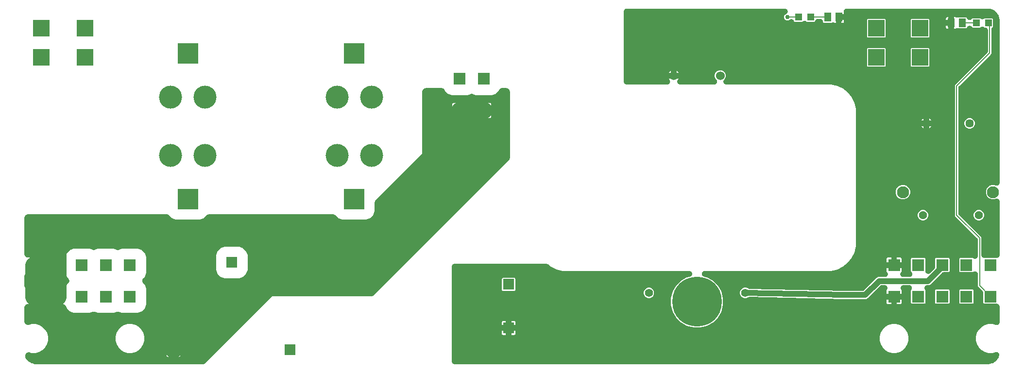
<source format=gbl>
G04 EAGLE Gerber RS-274X export*
G75*
%MOMM*%
%FSLAX34Y34*%
%LPD*%
%INTop Copper*%
%IPPOS*%
%AMOC8*
5,1,8,0,0,1.08239X$1,22.5*%
G01*
%ADD10C,1.524000*%
%ADD11C,1.397000*%
%ADD12C,8.636000*%
%ADD13R,2.100000X2.100000*%
%ADD14C,1.450000*%
%ADD15C,2.100000*%
%ADD16C,1.430000*%
%ADD17R,1.200000X1.200000*%
%ADD18R,1.300000X1.500000*%
%ADD19R,1.905000X1.905000*%
%ADD20R,2.857500X2.857500*%
%ADD21C,4.000000*%
%ADD22R,3.556000X3.556000*%
%ADD23C,1.016000*%
%ADD24C,0.200000*%
%ADD25C,0.756400*%
%ADD26C,3.000000*%

G36*
X1690129Y10169D02*
X1690129Y10169D01*
X1690327Y10171D01*
X1692264Y10298D01*
X1692490Y10328D01*
X1692717Y10349D01*
X1692815Y10370D01*
X1692891Y10380D01*
X1693020Y10413D01*
X1693231Y10458D01*
X1696973Y11461D01*
X1697044Y11485D01*
X1697118Y11502D01*
X1697344Y11586D01*
X1697572Y11663D01*
X1697640Y11696D01*
X1697711Y11722D01*
X1698043Y11891D01*
X1698141Y11938D01*
X1698157Y11949D01*
X1698179Y11960D01*
X1701534Y13897D01*
X1701597Y13939D01*
X1701663Y13975D01*
X1701859Y14114D01*
X1702060Y14247D01*
X1702117Y14297D01*
X1702179Y14340D01*
X1702456Y14590D01*
X1702538Y14661D01*
X1702551Y14676D01*
X1702569Y14692D01*
X1705308Y17431D01*
X1705358Y17488D01*
X1705413Y17539D01*
X1705567Y17725D01*
X1705726Y17905D01*
X1705769Y17968D01*
X1705817Y18026D01*
X1706020Y18339D01*
X1706081Y18429D01*
X1706090Y18446D01*
X1706103Y18466D01*
X1708040Y21821D01*
X1708073Y21889D01*
X1708113Y21953D01*
X1708214Y22172D01*
X1708321Y22388D01*
X1708345Y22459D01*
X1708377Y22528D01*
X1708492Y22883D01*
X1708528Y22985D01*
X1708532Y23004D01*
X1708539Y23027D01*
X1709104Y25135D01*
X1709149Y25359D01*
X1709202Y25582D01*
X1709212Y25669D01*
X1709229Y25755D01*
X1709245Y25983D01*
X1709270Y26211D01*
X1709268Y26298D01*
X1709274Y26386D01*
X1709262Y26614D01*
X1709257Y26843D01*
X1709245Y26929D01*
X1709240Y27017D01*
X1709199Y27242D01*
X1709166Y27468D01*
X1709142Y27552D01*
X1709126Y27639D01*
X1709057Y27856D01*
X1708995Y28077D01*
X1708961Y28158D01*
X1708935Y28241D01*
X1708839Y28448D01*
X1708750Y28659D01*
X1708706Y28735D01*
X1708669Y28814D01*
X1708548Y29008D01*
X1708433Y29206D01*
X1708379Y29276D01*
X1708333Y29350D01*
X1708188Y29527D01*
X1708049Y29708D01*
X1707988Y29771D01*
X1707932Y29838D01*
X1707766Y29996D01*
X1707605Y30158D01*
X1707536Y30212D01*
X1707473Y30273D01*
X1707288Y30407D01*
X1707108Y30549D01*
X1707033Y30594D01*
X1706962Y30645D01*
X1706762Y30756D01*
X1706566Y30873D01*
X1706485Y30908D01*
X1706409Y30951D01*
X1706196Y31035D01*
X1705987Y31127D01*
X1705903Y31151D01*
X1705821Y31184D01*
X1705599Y31241D01*
X1705380Y31305D01*
X1705294Y31319D01*
X1705209Y31341D01*
X1704982Y31369D01*
X1704756Y31405D01*
X1704668Y31408D01*
X1704582Y31419D01*
X1704353Y31419D01*
X1704124Y31426D01*
X1704037Y31418D01*
X1703949Y31418D01*
X1703722Y31389D01*
X1703495Y31367D01*
X1703398Y31347D01*
X1703323Y31337D01*
X1703193Y31303D01*
X1702981Y31258D01*
X1697312Y29739D01*
X1690688Y29739D01*
X1684288Y31454D01*
X1678551Y34766D01*
X1673866Y39451D01*
X1670554Y45188D01*
X1668839Y51588D01*
X1668839Y58212D01*
X1670554Y64612D01*
X1673866Y70349D01*
X1678551Y75034D01*
X1684288Y78346D01*
X1690688Y80061D01*
X1697312Y80061D01*
X1703546Y78390D01*
X1703749Y78350D01*
X1703950Y78300D01*
X1704058Y78287D01*
X1704166Y78266D01*
X1704372Y78251D01*
X1704577Y78227D01*
X1704687Y78228D01*
X1704796Y78220D01*
X1705003Y78232D01*
X1705210Y78234D01*
X1705318Y78249D01*
X1705427Y78255D01*
X1705631Y78292D01*
X1705836Y78320D01*
X1705942Y78349D01*
X1706049Y78369D01*
X1706246Y78431D01*
X1706446Y78485D01*
X1706547Y78527D01*
X1706652Y78560D01*
X1706839Y78647D01*
X1707030Y78726D01*
X1707126Y78780D01*
X1707225Y78826D01*
X1707400Y78936D01*
X1707580Y79038D01*
X1707668Y79104D01*
X1707760Y79162D01*
X1707920Y79293D01*
X1708086Y79417D01*
X1708164Y79493D01*
X1708249Y79563D01*
X1708391Y79713D01*
X1708540Y79857D01*
X1708608Y79943D01*
X1708683Y80022D01*
X1708805Y80189D01*
X1708934Y80351D01*
X1708991Y80444D01*
X1709056Y80533D01*
X1709156Y80714D01*
X1709264Y80890D01*
X1709308Y80990D01*
X1709361Y81086D01*
X1709437Y81278D01*
X1709522Y81467D01*
X1709554Y81572D01*
X1709594Y81674D01*
X1709646Y81874D01*
X1709706Y82072D01*
X1709724Y82180D01*
X1709751Y82286D01*
X1709777Y82491D01*
X1709812Y82695D01*
X1709818Y82821D01*
X1709830Y82913D01*
X1709830Y83036D01*
X1709839Y83219D01*
X1709839Y110400D01*
X1709828Y110585D01*
X1709826Y110770D01*
X1709808Y110900D01*
X1709799Y111031D01*
X1709764Y111212D01*
X1709739Y111396D01*
X1709705Y111522D01*
X1709680Y111652D01*
X1709622Y111828D01*
X1709574Y112006D01*
X1709524Y112127D01*
X1709483Y112252D01*
X1709404Y112420D01*
X1709334Y112590D01*
X1709269Y112705D01*
X1709213Y112823D01*
X1709113Y112979D01*
X1709022Y113140D01*
X1708943Y113245D01*
X1708872Y113356D01*
X1708753Y113498D01*
X1708642Y113646D01*
X1708551Y113740D01*
X1708467Y113841D01*
X1708331Y113967D01*
X1708202Y114100D01*
X1708100Y114182D01*
X1708003Y114271D01*
X1707853Y114379D01*
X1707709Y114494D01*
X1707596Y114563D01*
X1707490Y114639D01*
X1707327Y114727D01*
X1707169Y114824D01*
X1707049Y114877D01*
X1706934Y114940D01*
X1706761Y115006D01*
X1706592Y115082D01*
X1706467Y115120D01*
X1706344Y115168D01*
X1706164Y115212D01*
X1705987Y115266D01*
X1705858Y115288D01*
X1705730Y115319D01*
X1705547Y115341D01*
X1705364Y115372D01*
X1705211Y115380D01*
X1705103Y115392D01*
X1704994Y115391D01*
X1704840Y115399D01*
X1683102Y115399D01*
X1682367Y115704D01*
X1681804Y116267D01*
X1681499Y117002D01*
X1681499Y134086D01*
X1681492Y134205D01*
X1681494Y134325D01*
X1681472Y134521D01*
X1681459Y134717D01*
X1681437Y134834D01*
X1681424Y134953D01*
X1681377Y135144D01*
X1681340Y135338D01*
X1681303Y135451D01*
X1681275Y135567D01*
X1681205Y135751D01*
X1681143Y135939D01*
X1681092Y136046D01*
X1681050Y136158D01*
X1680957Y136332D01*
X1680873Y136510D01*
X1680808Y136610D01*
X1680752Y136716D01*
X1680638Y136876D01*
X1680532Y137042D01*
X1680455Y137134D01*
X1680386Y137231D01*
X1680216Y137420D01*
X1680127Y137527D01*
X1680084Y137567D01*
X1680035Y137621D01*
X1672456Y145200D01*
X1671999Y146303D01*
X1671999Y167001D01*
X1671983Y167251D01*
X1671974Y167501D01*
X1671963Y167566D01*
X1671959Y167631D01*
X1671912Y167877D01*
X1671871Y168125D01*
X1671852Y168188D01*
X1671840Y168252D01*
X1671762Y168491D01*
X1671690Y168730D01*
X1671664Y168790D01*
X1671643Y168853D01*
X1671536Y169080D01*
X1671435Y169308D01*
X1671401Y169365D01*
X1671373Y169424D01*
X1671237Y169636D01*
X1671108Y169850D01*
X1671067Y169901D01*
X1671032Y169956D01*
X1670871Y170149D01*
X1670716Y170345D01*
X1670669Y170391D01*
X1670627Y170442D01*
X1670443Y170612D01*
X1670264Y170787D01*
X1670212Y170827D01*
X1670163Y170872D01*
X1669960Y171018D01*
X1669760Y171169D01*
X1669703Y171202D01*
X1669650Y171240D01*
X1669430Y171359D01*
X1669212Y171484D01*
X1669151Y171509D01*
X1669094Y171540D01*
X1668860Y171631D01*
X1668629Y171727D01*
X1668565Y171745D01*
X1668504Y171768D01*
X1668261Y171828D01*
X1668019Y171895D01*
X1667954Y171904D01*
X1667890Y171920D01*
X1667642Y171949D01*
X1667393Y171984D01*
X1667328Y171985D01*
X1667263Y171993D01*
X1667013Y171990D01*
X1666761Y171994D01*
X1666696Y171987D01*
X1666630Y171986D01*
X1666383Y171952D01*
X1666133Y171924D01*
X1666069Y171909D01*
X1666004Y171900D01*
X1665763Y171834D01*
X1665519Y171775D01*
X1665457Y171752D01*
X1665394Y171735D01*
X1665163Y171640D01*
X1664928Y171550D01*
X1664870Y171519D01*
X1664810Y171494D01*
X1664592Y171371D01*
X1664371Y171253D01*
X1664317Y171215D01*
X1664260Y171182D01*
X1664059Y171032D01*
X1663855Y170887D01*
X1663801Y170838D01*
X1663754Y170803D01*
X1663666Y170717D01*
X1662898Y170399D01*
X1641102Y170399D01*
X1640367Y170704D01*
X1639804Y171267D01*
X1639499Y172002D01*
X1639499Y193798D01*
X1639804Y194533D01*
X1640367Y195096D01*
X1641102Y195401D01*
X1662898Y195401D01*
X1663674Y195079D01*
X1663837Y194928D01*
X1663890Y194890D01*
X1663939Y194847D01*
X1664147Y194706D01*
X1664350Y194560D01*
X1664408Y194529D01*
X1664462Y194492D01*
X1664686Y194379D01*
X1664906Y194260D01*
X1664968Y194236D01*
X1665026Y194206D01*
X1665262Y194122D01*
X1665496Y194032D01*
X1665560Y194016D01*
X1665622Y193994D01*
X1665867Y193940D01*
X1666110Y193880D01*
X1666175Y193873D01*
X1666239Y193858D01*
X1666489Y193836D01*
X1666737Y193807D01*
X1666803Y193808D01*
X1666869Y193802D01*
X1667120Y193811D01*
X1667370Y193814D01*
X1667435Y193823D01*
X1667500Y193825D01*
X1667747Y193866D01*
X1667996Y193900D01*
X1668059Y193917D01*
X1668124Y193928D01*
X1668364Y194000D01*
X1668606Y194065D01*
X1668667Y194090D01*
X1668730Y194109D01*
X1668959Y194210D01*
X1669190Y194306D01*
X1669248Y194338D01*
X1669308Y194365D01*
X1669522Y194494D01*
X1669740Y194618D01*
X1669793Y194657D01*
X1669849Y194691D01*
X1670045Y194847D01*
X1670246Y194997D01*
X1670293Y195043D01*
X1670344Y195084D01*
X1670519Y195262D01*
X1670700Y195437D01*
X1670741Y195488D01*
X1670787Y195535D01*
X1670938Y195735D01*
X1671094Y195931D01*
X1671129Y195987D01*
X1671168Y196039D01*
X1671293Y196256D01*
X1671424Y196470D01*
X1671451Y196530D01*
X1671483Y196587D01*
X1671579Y196818D01*
X1671682Y197047D01*
X1671701Y197110D01*
X1671726Y197171D01*
X1671793Y197413D01*
X1671866Y197652D01*
X1671877Y197717D01*
X1671894Y197780D01*
X1671930Y198028D01*
X1671972Y198275D01*
X1671976Y198349D01*
X1671984Y198406D01*
X1671986Y198545D01*
X1671999Y198799D01*
X1671999Y226686D01*
X1671992Y226805D01*
X1671994Y226925D01*
X1671972Y227121D01*
X1671959Y227317D01*
X1671937Y227434D01*
X1671924Y227553D01*
X1671877Y227744D01*
X1671840Y227938D01*
X1671803Y228051D01*
X1671775Y228167D01*
X1671705Y228351D01*
X1671643Y228539D01*
X1671592Y228647D01*
X1671550Y228758D01*
X1671457Y228931D01*
X1671373Y229110D01*
X1671308Y229210D01*
X1671252Y229316D01*
X1671138Y229476D01*
X1671032Y229642D01*
X1670955Y229734D01*
X1670886Y229831D01*
X1670716Y230020D01*
X1670627Y230127D01*
X1670584Y230167D01*
X1670535Y230221D01*
X1632456Y268300D01*
X1631999Y269403D01*
X1631999Y495597D01*
X1632456Y496700D01*
X1634003Y498247D01*
X1688035Y552279D01*
X1688114Y552368D01*
X1688200Y552451D01*
X1688323Y552605D01*
X1688453Y552753D01*
X1688520Y552852D01*
X1688594Y552945D01*
X1688697Y553113D01*
X1688807Y553276D01*
X1688861Y553383D01*
X1688924Y553485D01*
X1689004Y553664D01*
X1689093Y553840D01*
X1689133Y553953D01*
X1689182Y554061D01*
X1689239Y554250D01*
X1689306Y554435D01*
X1689331Y554552D01*
X1689366Y554666D01*
X1689399Y554861D01*
X1689441Y555053D01*
X1689452Y555172D01*
X1689472Y555289D01*
X1689485Y555543D01*
X1689498Y555682D01*
X1689495Y555740D01*
X1689499Y555814D01*
X1689499Y592000D01*
X1689488Y592185D01*
X1689486Y592370D01*
X1689468Y592500D01*
X1689459Y592631D01*
X1689424Y592812D01*
X1689399Y592996D01*
X1689365Y593122D01*
X1689340Y593252D01*
X1689282Y593428D01*
X1689234Y593606D01*
X1689184Y593727D01*
X1689143Y593852D01*
X1689064Y594020D01*
X1688994Y594190D01*
X1688929Y594305D01*
X1688873Y594423D01*
X1688773Y594579D01*
X1688682Y594740D01*
X1688603Y594845D01*
X1688532Y594956D01*
X1688413Y595098D01*
X1688302Y595246D01*
X1688211Y595340D01*
X1688127Y595441D01*
X1687991Y595567D01*
X1687862Y595700D01*
X1687760Y595782D01*
X1687663Y595871D01*
X1687513Y595979D01*
X1687369Y596094D01*
X1687256Y596163D01*
X1687150Y596239D01*
X1686987Y596327D01*
X1686829Y596424D01*
X1686709Y596477D01*
X1686594Y596540D01*
X1686421Y596606D01*
X1686252Y596682D01*
X1686127Y596720D01*
X1686004Y596768D01*
X1685824Y596812D01*
X1685647Y596866D01*
X1685518Y596888D01*
X1685390Y596919D01*
X1685207Y596941D01*
X1685024Y596972D01*
X1684871Y596980D01*
X1684763Y596992D01*
X1684654Y596991D01*
X1684500Y596999D01*
X1684102Y596999D01*
X1683336Y597316D01*
X1683264Y597387D01*
X1683159Y597466D01*
X1683061Y597553D01*
X1682907Y597657D01*
X1682760Y597769D01*
X1682646Y597834D01*
X1682537Y597908D01*
X1682372Y597992D01*
X1682212Y598084D01*
X1682091Y598134D01*
X1681974Y598194D01*
X1681799Y598256D01*
X1681629Y598327D01*
X1681502Y598362D01*
X1681378Y598406D01*
X1681198Y598446D01*
X1681019Y598495D01*
X1680889Y598513D01*
X1680761Y598542D01*
X1680577Y598558D01*
X1680393Y598584D01*
X1680262Y598586D01*
X1680131Y598598D01*
X1679946Y598591D01*
X1679761Y598594D01*
X1679631Y598580D01*
X1679500Y598575D01*
X1679317Y598545D01*
X1679133Y598524D01*
X1679005Y598493D01*
X1678876Y598472D01*
X1678699Y598419D01*
X1678519Y598375D01*
X1678396Y598329D01*
X1678270Y598291D01*
X1678101Y598216D01*
X1677928Y598150D01*
X1677812Y598088D01*
X1677692Y598035D01*
X1677534Y597940D01*
X1677371Y597852D01*
X1677264Y597777D01*
X1677151Y597709D01*
X1677006Y597594D01*
X1676855Y597487D01*
X1676741Y597384D01*
X1676655Y597316D01*
X1676650Y597311D01*
X1675898Y596999D01*
X1663102Y596999D01*
X1662367Y597304D01*
X1661240Y598431D01*
X1661232Y598440D01*
X1661195Y598475D01*
X1661186Y598484D01*
X1661149Y598528D01*
X1660960Y598700D01*
X1660775Y598876D01*
X1660726Y598912D01*
X1660681Y598953D01*
X1660472Y599099D01*
X1660266Y599251D01*
X1660213Y599281D01*
X1660163Y599315D01*
X1659937Y599434D01*
X1659714Y599559D01*
X1659658Y599581D01*
X1659604Y599610D01*
X1659364Y599699D01*
X1659127Y599795D01*
X1659069Y599810D01*
X1659012Y599831D01*
X1658764Y599890D01*
X1658516Y599954D01*
X1658455Y599962D01*
X1658397Y599976D01*
X1658143Y600003D01*
X1657889Y600036D01*
X1657828Y600036D01*
X1657768Y600042D01*
X1657513Y600036D01*
X1657257Y600037D01*
X1657197Y600030D01*
X1657136Y600028D01*
X1656883Y599990D01*
X1656629Y599959D01*
X1656571Y599944D01*
X1656511Y599935D01*
X1656265Y599865D01*
X1656017Y599802D01*
X1655961Y599780D01*
X1655903Y599763D01*
X1655667Y599663D01*
X1655429Y599569D01*
X1655376Y599540D01*
X1655321Y599516D01*
X1655100Y599388D01*
X1654876Y599264D01*
X1654827Y599228D01*
X1654775Y599198D01*
X1654572Y599042D01*
X1654365Y598892D01*
X1654321Y598850D01*
X1654273Y598813D01*
X1654091Y598633D01*
X1653906Y598458D01*
X1653867Y598411D01*
X1653824Y598368D01*
X1653667Y598167D01*
X1653504Y597969D01*
X1653472Y597918D01*
X1653435Y597870D01*
X1653304Y597651D01*
X1653168Y597434D01*
X1653139Y597373D01*
X1653112Y597327D01*
X1653056Y597199D01*
X1652942Y596960D01*
X1652696Y596367D01*
X1652133Y595804D01*
X1651398Y595499D01*
X1637602Y595499D01*
X1637587Y595505D01*
X1637311Y595600D01*
X1637032Y595698D01*
X1637010Y595703D01*
X1636989Y595710D01*
X1636703Y595769D01*
X1636414Y595831D01*
X1636392Y595833D01*
X1636370Y595837D01*
X1636077Y595860D01*
X1635784Y595885D01*
X1635762Y595884D01*
X1635740Y595886D01*
X1635445Y595871D01*
X1635153Y595859D01*
X1635131Y595855D01*
X1635109Y595854D01*
X1634817Y595802D01*
X1634529Y595753D01*
X1634508Y595747D01*
X1634486Y595743D01*
X1634205Y595655D01*
X1633925Y595570D01*
X1633904Y595561D01*
X1633883Y595554D01*
X1633615Y595431D01*
X1633348Y595312D01*
X1633328Y595300D01*
X1632741Y595057D01*
X1632250Y594959D01*
X1630499Y594959D01*
X1630499Y605000D01*
X1630499Y615041D01*
X1632250Y615041D01*
X1632741Y614943D01*
X1633351Y614690D01*
X1633403Y614659D01*
X1633424Y614651D01*
X1633443Y614640D01*
X1633713Y614525D01*
X1633984Y614409D01*
X1634005Y614402D01*
X1634025Y614394D01*
X1634310Y614314D01*
X1634591Y614233D01*
X1634613Y614229D01*
X1634634Y614223D01*
X1634925Y614181D01*
X1635215Y614135D01*
X1635237Y614135D01*
X1635259Y614131D01*
X1635554Y614125D01*
X1635847Y614117D01*
X1635869Y614119D01*
X1635891Y614119D01*
X1636185Y614150D01*
X1636476Y614179D01*
X1636498Y614184D01*
X1636520Y614186D01*
X1636807Y614254D01*
X1637092Y614319D01*
X1637115Y614328D01*
X1637135Y614332D01*
X1637237Y614371D01*
X1637587Y614495D01*
X1637602Y614501D01*
X1651398Y614501D01*
X1652133Y614196D01*
X1652696Y613633D01*
X1652942Y613040D01*
X1653007Y612907D01*
X1653018Y612880D01*
X1653034Y612851D01*
X1653055Y612809D01*
X1653162Y612578D01*
X1653194Y612527D01*
X1653220Y612472D01*
X1653361Y612259D01*
X1653496Y612042D01*
X1653535Y611995D01*
X1653568Y611944D01*
X1653734Y611750D01*
X1653896Y611552D01*
X1653940Y611510D01*
X1653980Y611465D01*
X1654169Y611294D01*
X1654355Y611117D01*
X1654404Y611081D01*
X1654448Y611041D01*
X1654658Y610895D01*
X1654864Y610743D01*
X1654917Y610714D01*
X1654967Y610679D01*
X1655193Y610561D01*
X1655417Y610437D01*
X1655473Y610414D01*
X1655527Y610386D01*
X1655766Y610297D01*
X1656004Y610202D01*
X1656063Y610187D01*
X1656119Y610166D01*
X1656369Y610108D01*
X1656616Y610044D01*
X1656676Y610036D01*
X1656735Y610022D01*
X1656989Y609996D01*
X1657243Y609964D01*
X1657304Y609964D01*
X1657364Y609958D01*
X1657619Y609964D01*
X1657875Y609964D01*
X1657935Y609971D01*
X1657996Y609973D01*
X1658248Y610011D01*
X1658502Y610043D01*
X1658561Y610058D01*
X1658621Y610067D01*
X1658867Y610137D01*
X1659114Y610201D01*
X1659170Y610224D01*
X1659229Y610240D01*
X1659464Y610341D01*
X1659701Y610435D01*
X1659754Y610465D01*
X1659810Y610488D01*
X1660030Y610617D01*
X1660254Y610741D01*
X1660303Y610777D01*
X1660355Y610808D01*
X1660558Y610964D01*
X1660764Y611115D01*
X1660808Y611157D01*
X1660856Y611194D01*
X1661029Y611365D01*
X1661101Y611430D01*
X1661176Y611505D01*
X1661223Y611550D01*
X1661234Y611563D01*
X1662367Y612696D01*
X1663102Y613001D01*
X1675898Y613001D01*
X1676664Y612684D01*
X1676736Y612613D01*
X1676841Y612534D01*
X1676939Y612447D01*
X1677092Y612343D01*
X1677240Y612231D01*
X1677354Y612166D01*
X1677462Y612092D01*
X1677627Y612009D01*
X1677788Y611916D01*
X1677909Y611866D01*
X1678026Y611806D01*
X1678200Y611744D01*
X1678371Y611673D01*
X1678498Y611638D01*
X1678622Y611594D01*
X1678802Y611554D01*
X1678981Y611505D01*
X1679111Y611487D01*
X1679239Y611458D01*
X1679423Y611442D01*
X1679606Y611416D01*
X1679738Y611414D01*
X1679869Y611402D01*
X1680053Y611409D01*
X1680238Y611406D01*
X1680369Y611420D01*
X1680500Y611425D01*
X1680683Y611455D01*
X1680867Y611476D01*
X1680994Y611507D01*
X1681124Y611528D01*
X1681301Y611581D01*
X1681481Y611625D01*
X1681604Y611671D01*
X1681730Y611709D01*
X1681899Y611784D01*
X1682072Y611850D01*
X1682187Y611912D01*
X1682308Y611965D01*
X1682466Y612060D01*
X1682629Y612147D01*
X1682736Y612223D01*
X1682849Y612291D01*
X1682994Y612406D01*
X1683145Y612513D01*
X1683259Y612616D01*
X1683344Y612684D01*
X1683350Y612689D01*
X1684102Y613001D01*
X1696898Y613001D01*
X1697633Y612696D01*
X1698196Y612133D01*
X1698501Y611398D01*
X1698501Y598602D01*
X1698196Y597867D01*
X1696965Y596636D01*
X1696886Y596546D01*
X1696800Y596463D01*
X1696677Y596309D01*
X1696547Y596161D01*
X1696480Y596062D01*
X1696406Y595969D01*
X1696303Y595801D01*
X1696193Y595638D01*
X1696139Y595531D01*
X1696076Y595430D01*
X1695996Y595250D01*
X1695907Y595074D01*
X1695867Y594962D01*
X1695818Y594853D01*
X1695761Y594664D01*
X1695694Y594479D01*
X1695669Y594362D01*
X1695634Y594248D01*
X1695601Y594054D01*
X1695559Y593861D01*
X1695548Y593743D01*
X1695528Y593625D01*
X1695515Y593371D01*
X1695502Y593232D01*
X1695505Y593174D01*
X1695501Y593101D01*
X1695501Y554774D01*
X1695506Y554688D01*
X1695504Y554601D01*
X1695526Y554372D01*
X1695541Y554143D01*
X1695557Y554058D01*
X1695565Y553972D01*
X1695617Y553748D01*
X1695660Y553523D01*
X1695687Y553440D01*
X1695701Y553380D01*
X1695701Y552103D01*
X1695244Y551000D01*
X1693697Y549453D01*
X1639465Y495221D01*
X1639386Y495132D01*
X1639300Y495049D01*
X1639177Y494895D01*
X1639047Y494747D01*
X1638980Y494648D01*
X1638906Y494555D01*
X1638803Y494387D01*
X1638693Y494224D01*
X1638639Y494117D01*
X1638576Y494015D01*
X1638496Y493836D01*
X1638407Y493660D01*
X1638367Y493547D01*
X1638318Y493439D01*
X1638261Y493250D01*
X1638194Y493065D01*
X1638169Y492948D01*
X1638134Y492834D01*
X1638101Y492639D01*
X1638059Y492447D01*
X1638048Y492328D01*
X1638028Y492211D01*
X1638015Y491957D01*
X1638002Y491818D01*
X1638005Y491760D01*
X1638001Y491686D01*
X1638001Y273314D01*
X1638008Y273195D01*
X1638006Y273075D01*
X1638028Y272879D01*
X1638041Y272683D01*
X1638063Y272566D01*
X1638076Y272447D01*
X1638123Y272256D01*
X1638160Y272062D01*
X1638197Y271949D01*
X1638225Y271833D01*
X1638295Y271649D01*
X1638357Y271461D01*
X1638408Y271353D01*
X1638450Y271242D01*
X1638543Y271069D01*
X1638627Y270890D01*
X1638692Y270790D01*
X1638748Y270684D01*
X1638862Y270524D01*
X1638968Y270358D01*
X1639045Y270266D01*
X1639114Y270169D01*
X1639284Y269980D01*
X1639373Y269873D01*
X1639416Y269833D01*
X1639465Y269779D01*
X1677544Y231700D01*
X1678001Y230597D01*
X1678001Y200400D01*
X1678012Y200215D01*
X1678014Y200030D01*
X1678032Y199900D01*
X1678041Y199769D01*
X1678076Y199588D01*
X1678101Y199404D01*
X1678135Y199278D01*
X1678160Y199148D01*
X1678218Y198972D01*
X1678266Y198794D01*
X1678316Y198673D01*
X1678357Y198548D01*
X1678436Y198380D01*
X1678506Y198210D01*
X1678571Y198095D01*
X1678627Y197977D01*
X1678727Y197821D01*
X1678818Y197660D01*
X1678897Y197555D01*
X1678968Y197444D01*
X1679087Y197302D01*
X1679198Y197154D01*
X1679289Y197060D01*
X1679373Y196959D01*
X1679509Y196833D01*
X1679638Y196700D01*
X1679740Y196618D01*
X1679837Y196529D01*
X1679987Y196421D01*
X1680131Y196306D01*
X1680244Y196237D01*
X1680350Y196161D01*
X1680513Y196073D01*
X1680671Y195976D01*
X1680791Y195923D01*
X1680906Y195860D01*
X1681079Y195794D01*
X1681248Y195718D01*
X1681373Y195680D01*
X1681496Y195632D01*
X1681676Y195588D01*
X1681853Y195534D01*
X1681982Y195512D01*
X1682110Y195481D01*
X1682293Y195459D01*
X1682476Y195428D01*
X1682629Y195420D01*
X1682737Y195408D01*
X1682846Y195409D01*
X1683000Y195401D01*
X1704840Y195401D01*
X1705025Y195412D01*
X1705210Y195414D01*
X1705340Y195432D01*
X1705471Y195441D01*
X1705652Y195476D01*
X1705836Y195501D01*
X1705962Y195535D01*
X1706092Y195560D01*
X1706268Y195618D01*
X1706446Y195666D01*
X1706567Y195716D01*
X1706692Y195757D01*
X1706860Y195836D01*
X1707030Y195906D01*
X1707145Y195971D01*
X1707263Y196027D01*
X1707419Y196127D01*
X1707580Y196218D01*
X1707685Y196297D01*
X1707796Y196368D01*
X1707938Y196487D01*
X1708086Y196598D01*
X1708180Y196689D01*
X1708281Y196773D01*
X1708407Y196909D01*
X1708540Y197038D01*
X1708622Y197140D01*
X1708711Y197237D01*
X1708819Y197387D01*
X1708934Y197531D01*
X1709003Y197644D01*
X1709079Y197750D01*
X1709167Y197913D01*
X1709264Y198071D01*
X1709317Y198191D01*
X1709380Y198306D01*
X1709446Y198479D01*
X1709522Y198648D01*
X1709560Y198773D01*
X1709608Y198896D01*
X1709652Y199076D01*
X1709706Y199253D01*
X1709728Y199382D01*
X1709759Y199510D01*
X1709781Y199693D01*
X1709812Y199876D01*
X1709820Y200029D01*
X1709832Y200137D01*
X1709831Y200246D01*
X1709839Y200400D01*
X1709839Y293684D01*
X1709825Y293902D01*
X1709820Y294119D01*
X1709806Y294217D01*
X1709799Y294315D01*
X1709758Y294529D01*
X1709726Y294744D01*
X1709699Y294839D01*
X1709680Y294936D01*
X1709612Y295143D01*
X1709553Y295352D01*
X1709514Y295443D01*
X1709483Y295537D01*
X1709390Y295734D01*
X1709305Y295934D01*
X1709255Y296019D01*
X1709213Y296108D01*
X1709095Y296291D01*
X1708985Y296479D01*
X1708925Y296557D01*
X1708872Y296640D01*
X1708732Y296807D01*
X1708599Y296980D01*
X1708530Y297050D01*
X1708467Y297125D01*
X1708307Y297273D01*
X1708153Y297428D01*
X1708076Y297488D01*
X1708003Y297555D01*
X1707827Y297682D01*
X1707655Y297816D01*
X1707570Y297866D01*
X1707490Y297924D01*
X1707298Y298027D01*
X1707111Y298138D01*
X1707020Y298177D01*
X1706934Y298224D01*
X1706730Y298303D01*
X1706531Y298389D01*
X1706436Y298416D01*
X1706344Y298452D01*
X1706133Y298504D01*
X1705923Y298565D01*
X1705826Y298580D01*
X1705730Y298604D01*
X1705515Y298629D01*
X1705299Y298662D01*
X1705200Y298665D01*
X1705103Y298677D01*
X1704885Y298674D01*
X1704667Y298681D01*
X1704569Y298671D01*
X1704470Y298670D01*
X1704255Y298640D01*
X1704038Y298619D01*
X1703942Y298597D01*
X1703844Y298583D01*
X1703634Y298527D01*
X1703422Y298478D01*
X1703316Y298441D01*
X1703234Y298419D01*
X1703115Y298370D01*
X1702927Y298303D01*
X1700987Y297499D01*
X1696013Y297499D01*
X1691419Y299402D01*
X1687902Y302919D01*
X1685999Y307513D01*
X1685999Y312487D01*
X1687902Y317081D01*
X1691419Y320598D01*
X1696013Y322501D01*
X1700987Y322501D01*
X1702927Y321697D01*
X1703133Y321627D01*
X1703336Y321548D01*
X1703432Y321524D01*
X1703525Y321493D01*
X1703738Y321449D01*
X1703950Y321396D01*
X1704047Y321385D01*
X1704144Y321365D01*
X1704361Y321349D01*
X1704577Y321323D01*
X1704676Y321324D01*
X1704774Y321317D01*
X1704992Y321328D01*
X1705210Y321330D01*
X1705307Y321344D01*
X1705406Y321349D01*
X1705620Y321387D01*
X1705836Y321417D01*
X1705931Y321442D01*
X1706028Y321460D01*
X1706236Y321525D01*
X1706446Y321581D01*
X1706537Y321619D01*
X1706631Y321648D01*
X1706829Y321739D01*
X1707030Y321822D01*
X1707116Y321871D01*
X1707206Y321912D01*
X1707391Y322027D01*
X1707580Y322134D01*
X1707659Y322193D01*
X1707743Y322245D01*
X1707912Y322383D01*
X1708086Y322513D01*
X1708157Y322582D01*
X1708233Y322644D01*
X1708383Y322802D01*
X1708540Y322953D01*
X1708601Y323030D01*
X1708669Y323102D01*
X1708798Y323277D01*
X1708934Y323447D01*
X1708986Y323531D01*
X1709044Y323611D01*
X1709150Y323800D01*
X1709264Y323987D01*
X1709304Y324077D01*
X1709352Y324163D01*
X1709433Y324365D01*
X1709522Y324563D01*
X1709551Y324658D01*
X1709587Y324749D01*
X1709642Y324960D01*
X1709706Y325168D01*
X1709722Y325265D01*
X1709747Y325361D01*
X1709775Y325576D01*
X1709812Y325791D01*
X1709818Y325904D01*
X1709828Y325988D01*
X1709829Y326117D01*
X1709839Y326316D01*
X1709839Y610000D01*
X1709831Y610129D01*
X1709829Y610327D01*
X1709702Y612264D01*
X1709672Y612490D01*
X1709651Y612717D01*
X1709630Y612815D01*
X1709620Y612891D01*
X1709587Y613020D01*
X1709542Y613231D01*
X1708539Y616973D01*
X1708515Y617044D01*
X1708498Y617118D01*
X1708414Y617344D01*
X1708337Y617572D01*
X1708304Y617640D01*
X1708278Y617711D01*
X1708109Y618043D01*
X1708062Y618141D01*
X1708051Y618157D01*
X1708040Y618179D01*
X1706103Y621534D01*
X1706061Y621597D01*
X1706025Y621663D01*
X1705886Y621859D01*
X1705753Y622060D01*
X1705703Y622117D01*
X1705660Y622179D01*
X1705410Y622456D01*
X1705339Y622538D01*
X1705324Y622551D01*
X1705308Y622569D01*
X1702569Y625308D01*
X1702512Y625358D01*
X1702461Y625413D01*
X1702275Y625567D01*
X1702095Y625726D01*
X1702032Y625769D01*
X1701974Y625817D01*
X1701661Y626020D01*
X1701571Y626081D01*
X1701554Y626090D01*
X1701534Y626103D01*
X1698179Y628040D01*
X1698111Y628073D01*
X1698047Y628113D01*
X1697828Y628214D01*
X1697612Y628321D01*
X1697541Y628345D01*
X1697472Y628377D01*
X1697117Y628492D01*
X1697015Y628528D01*
X1696996Y628532D01*
X1696973Y628539D01*
X1693231Y629542D01*
X1693007Y629587D01*
X1692785Y629640D01*
X1692686Y629652D01*
X1692611Y629667D01*
X1692477Y629676D01*
X1692264Y629702D01*
X1690327Y629829D01*
X1690198Y629829D01*
X1690000Y629839D01*
X1443192Y629839D01*
X1442974Y629825D01*
X1442756Y629820D01*
X1442659Y629805D01*
X1442561Y629799D01*
X1442347Y629758D01*
X1442131Y629725D01*
X1442037Y629699D01*
X1441940Y629680D01*
X1441732Y629612D01*
X1441523Y629552D01*
X1441433Y629514D01*
X1441340Y629483D01*
X1441142Y629390D01*
X1440942Y629304D01*
X1440857Y629255D01*
X1440768Y629213D01*
X1440584Y629095D01*
X1440396Y628985D01*
X1440319Y628925D01*
X1440236Y628872D01*
X1440069Y628732D01*
X1439896Y628599D01*
X1439826Y628529D01*
X1439751Y628467D01*
X1439602Y628307D01*
X1439448Y628153D01*
X1439388Y628075D01*
X1439321Y628003D01*
X1439194Y627826D01*
X1439060Y627654D01*
X1439010Y627569D01*
X1438953Y627490D01*
X1438849Y627298D01*
X1438738Y627110D01*
X1438699Y627020D01*
X1438652Y626934D01*
X1438573Y626730D01*
X1438487Y626530D01*
X1438460Y626435D01*
X1438424Y626344D01*
X1438372Y626132D01*
X1438311Y625922D01*
X1438296Y625825D01*
X1438273Y625730D01*
X1438247Y625514D01*
X1438214Y625298D01*
X1438211Y625200D01*
X1438200Y625103D01*
X1438202Y624885D01*
X1438196Y624666D01*
X1438205Y624568D01*
X1438206Y624470D01*
X1438236Y624255D01*
X1438258Y624037D01*
X1438279Y623941D01*
X1438293Y623844D01*
X1438350Y623634D01*
X1438398Y623421D01*
X1438419Y623363D01*
X1438541Y622750D01*
X1438541Y619999D01*
X1429500Y619999D01*
X1429316Y619988D01*
X1429131Y619986D01*
X1429001Y619968D01*
X1428870Y619959D01*
X1428688Y619925D01*
X1428505Y619899D01*
X1428378Y619865D01*
X1428249Y619840D01*
X1428073Y619783D01*
X1427894Y619734D01*
X1427773Y619685D01*
X1427648Y619644D01*
X1427481Y619564D01*
X1427310Y619494D01*
X1427196Y619429D01*
X1427077Y619373D01*
X1426921Y619273D01*
X1426760Y619182D01*
X1426655Y619103D01*
X1426545Y619032D01*
X1426402Y618913D01*
X1426255Y618802D01*
X1426254Y618802D01*
X1426160Y618711D01*
X1426059Y618627D01*
X1426059Y618626D01*
X1425933Y618491D01*
X1425800Y618362D01*
X1425718Y618259D01*
X1425629Y618163D01*
X1425521Y618013D01*
X1425406Y617868D01*
X1425337Y617756D01*
X1425261Y617649D01*
X1425173Y617487D01*
X1425076Y617329D01*
X1425022Y617209D01*
X1424960Y617093D01*
X1424893Y616921D01*
X1424818Y616752D01*
X1424780Y616626D01*
X1424732Y616504D01*
X1424688Y616324D01*
X1424634Y616147D01*
X1424612Y616017D01*
X1424581Y615890D01*
X1424559Y615707D01*
X1424528Y615524D01*
X1424520Y615370D01*
X1424507Y615262D01*
X1424509Y615153D01*
X1424501Y615000D01*
X1424501Y604959D01*
X1422750Y604959D01*
X1422259Y605057D01*
X1421649Y605310D01*
X1421597Y605341D01*
X1421576Y605349D01*
X1421557Y605360D01*
X1421287Y605475D01*
X1421016Y605591D01*
X1420995Y605598D01*
X1420975Y605606D01*
X1420690Y605686D01*
X1420409Y605767D01*
X1420387Y605771D01*
X1420366Y605777D01*
X1420075Y605819D01*
X1419785Y605865D01*
X1419763Y605865D01*
X1419741Y605869D01*
X1419446Y605875D01*
X1419153Y605883D01*
X1419131Y605881D01*
X1419109Y605881D01*
X1418815Y605850D01*
X1418524Y605821D01*
X1418502Y605816D01*
X1418480Y605814D01*
X1418193Y605746D01*
X1417908Y605681D01*
X1417885Y605672D01*
X1417865Y605668D01*
X1417763Y605629D01*
X1417413Y605505D01*
X1417398Y605499D01*
X1403602Y605499D01*
X1402867Y605804D01*
X1402304Y606367D01*
X1401992Y607120D01*
X1401988Y607185D01*
X1401986Y607370D01*
X1401968Y607500D01*
X1401959Y607631D01*
X1401924Y607812D01*
X1401899Y607996D01*
X1401865Y608122D01*
X1401840Y608252D01*
X1401782Y608428D01*
X1401734Y608606D01*
X1401684Y608727D01*
X1401643Y608852D01*
X1401564Y609020D01*
X1401494Y609190D01*
X1401429Y609305D01*
X1401373Y609423D01*
X1401273Y609579D01*
X1401182Y609740D01*
X1401103Y609845D01*
X1401032Y609956D01*
X1400913Y610098D01*
X1400802Y610246D01*
X1400711Y610340D01*
X1400627Y610441D01*
X1400491Y610567D01*
X1400362Y610700D01*
X1400260Y610782D01*
X1400163Y610871D01*
X1400013Y610979D01*
X1399869Y611094D01*
X1399756Y611163D01*
X1399650Y611239D01*
X1399487Y611327D01*
X1399329Y611424D01*
X1399209Y611477D01*
X1399094Y611540D01*
X1398921Y611606D01*
X1398752Y611682D01*
X1398627Y611720D01*
X1398504Y611768D01*
X1398324Y611812D01*
X1398147Y611866D01*
X1398018Y611888D01*
X1397890Y611919D01*
X1397707Y611941D01*
X1397524Y611972D01*
X1397371Y611980D01*
X1397263Y611992D01*
X1397154Y611991D01*
X1397000Y611999D01*
X1393248Y611999D01*
X1393096Y611990D01*
X1392944Y611990D01*
X1392781Y611970D01*
X1392617Y611959D01*
X1392468Y611931D01*
X1392317Y611912D01*
X1392158Y611871D01*
X1391997Y611840D01*
X1391852Y611793D01*
X1391705Y611755D01*
X1391552Y611695D01*
X1391396Y611643D01*
X1391258Y611578D01*
X1391117Y611522D01*
X1390973Y611443D01*
X1390825Y611373D01*
X1390696Y611290D01*
X1390563Y611217D01*
X1390431Y611121D01*
X1390292Y611032D01*
X1390175Y610934D01*
X1390053Y610845D01*
X1389934Y610732D01*
X1389807Y610627D01*
X1389704Y610515D01*
X1389593Y610411D01*
X1389489Y610284D01*
X1389377Y610163D01*
X1389289Y610040D01*
X1389192Y609922D01*
X1389105Y609783D01*
X1389009Y609650D01*
X1388937Y609516D01*
X1388856Y609387D01*
X1388770Y609207D01*
X1388709Y609094D01*
X1388678Y609015D01*
X1388630Y608913D01*
X1388196Y607867D01*
X1387633Y607304D01*
X1386898Y606999D01*
X1374102Y606999D01*
X1373336Y607316D01*
X1373264Y607387D01*
X1373159Y607466D01*
X1373061Y607553D01*
X1372908Y607657D01*
X1372760Y607769D01*
X1372646Y607834D01*
X1372538Y607908D01*
X1372373Y607991D01*
X1372212Y608084D01*
X1372091Y608134D01*
X1371974Y608194D01*
X1371800Y608256D01*
X1371629Y608327D01*
X1371502Y608362D01*
X1371378Y608406D01*
X1371198Y608446D01*
X1371019Y608495D01*
X1370889Y608513D01*
X1370761Y608542D01*
X1370577Y608558D01*
X1370394Y608584D01*
X1370262Y608586D01*
X1370131Y608598D01*
X1369947Y608591D01*
X1369762Y608594D01*
X1369631Y608580D01*
X1369500Y608575D01*
X1369317Y608545D01*
X1369133Y608524D01*
X1369006Y608493D01*
X1368876Y608472D01*
X1368699Y608419D01*
X1368519Y608375D01*
X1368396Y608329D01*
X1368270Y608291D01*
X1368101Y608216D01*
X1367928Y608150D01*
X1367813Y608088D01*
X1367692Y608035D01*
X1367534Y607940D01*
X1367371Y607853D01*
X1367264Y607777D01*
X1367151Y607709D01*
X1367006Y607594D01*
X1366855Y607487D01*
X1366741Y607384D01*
X1366656Y607316D01*
X1366650Y607311D01*
X1365898Y606999D01*
X1353102Y606999D01*
X1352367Y607304D01*
X1351804Y607867D01*
X1351516Y608562D01*
X1351420Y608758D01*
X1351332Y608957D01*
X1351281Y609041D01*
X1351237Y609130D01*
X1351118Y609311D01*
X1351005Y609498D01*
X1350944Y609575D01*
X1350890Y609658D01*
X1350748Y609823D01*
X1350613Y609994D01*
X1350542Y610062D01*
X1350478Y610137D01*
X1350317Y610284D01*
X1350161Y610436D01*
X1350083Y610495D01*
X1350009Y610561D01*
X1349830Y610686D01*
X1349657Y610817D01*
X1349572Y610866D01*
X1349491Y610923D01*
X1349298Y611024D01*
X1349109Y611132D01*
X1349018Y611170D01*
X1348931Y611216D01*
X1348727Y611292D01*
X1348526Y611376D01*
X1348431Y611402D01*
X1348338Y611436D01*
X1348126Y611486D01*
X1347916Y611543D01*
X1347819Y611557D01*
X1347723Y611580D01*
X1347506Y611602D01*
X1347291Y611633D01*
X1347192Y611634D01*
X1347094Y611644D01*
X1346876Y611639D01*
X1346659Y611643D01*
X1346560Y611632D01*
X1346462Y611629D01*
X1346247Y611597D01*
X1346030Y611573D01*
X1345935Y611549D01*
X1345837Y611535D01*
X1345628Y611475D01*
X1345416Y611424D01*
X1345324Y611389D01*
X1345229Y611362D01*
X1345029Y611276D01*
X1344825Y611199D01*
X1344738Y611152D01*
X1344648Y611114D01*
X1344460Y611004D01*
X1344268Y610901D01*
X1344187Y610844D01*
X1344102Y610794D01*
X1343930Y610661D01*
X1343752Y610535D01*
X1343669Y610460D01*
X1343602Y610408D01*
X1343510Y610317D01*
X1343362Y610184D01*
X1343276Y610098D01*
X1341150Y609217D01*
X1338850Y609217D01*
X1336724Y610098D01*
X1335098Y611724D01*
X1334217Y613850D01*
X1334217Y616150D01*
X1335098Y618276D01*
X1336724Y619902D01*
X1337494Y620221D01*
X1337747Y620345D01*
X1338005Y620467D01*
X1338033Y620485D01*
X1338062Y620500D01*
X1338298Y620655D01*
X1338537Y620808D01*
X1338562Y620829D01*
X1338590Y620847D01*
X1338805Y621032D01*
X1339022Y621213D01*
X1339045Y621237D01*
X1339070Y621259D01*
X1339260Y621470D01*
X1339452Y621677D01*
X1339471Y621703D01*
X1339494Y621728D01*
X1339656Y621961D01*
X1339821Y622190D01*
X1339836Y622219D01*
X1339855Y622246D01*
X1339987Y622498D01*
X1340121Y622746D01*
X1340133Y622777D01*
X1340148Y622806D01*
X1340247Y623072D01*
X1340349Y623336D01*
X1340357Y623368D01*
X1340368Y623399D01*
X1340433Y623675D01*
X1340501Y623950D01*
X1340504Y623982D01*
X1340512Y624014D01*
X1340541Y624298D01*
X1340574Y624577D01*
X1340573Y624610D01*
X1340577Y624643D01*
X1340570Y624927D01*
X1340567Y625210D01*
X1340562Y625242D01*
X1340562Y625275D01*
X1340519Y625555D01*
X1340480Y625836D01*
X1340472Y625867D01*
X1340467Y625900D01*
X1340389Y626173D01*
X1340316Y626446D01*
X1340303Y626476D01*
X1340294Y626508D01*
X1340183Y626769D01*
X1340075Y627030D01*
X1340059Y627059D01*
X1340046Y627089D01*
X1339903Y627334D01*
X1339763Y627580D01*
X1339743Y627606D01*
X1339726Y627635D01*
X1339554Y627859D01*
X1339384Y628086D01*
X1339361Y628109D01*
X1339341Y628135D01*
X1339142Y628335D01*
X1338944Y628540D01*
X1338918Y628560D01*
X1338895Y628583D01*
X1338672Y628757D01*
X1338450Y628934D01*
X1338422Y628951D01*
X1338396Y628972D01*
X1338153Y629115D01*
X1337910Y629264D01*
X1337880Y629277D01*
X1337852Y629294D01*
X1337593Y629406D01*
X1337334Y629522D01*
X1337302Y629532D01*
X1337272Y629545D01*
X1337000Y629623D01*
X1336729Y629706D01*
X1336696Y629711D01*
X1336665Y629720D01*
X1336386Y629764D01*
X1336106Y629812D01*
X1336069Y629814D01*
X1336040Y629818D01*
X1335914Y629822D01*
X1335581Y629839D01*
X1060000Y629839D01*
X1059815Y629828D01*
X1059630Y629826D01*
X1059500Y629808D01*
X1059369Y629799D01*
X1059188Y629764D01*
X1059004Y629739D01*
X1058878Y629705D01*
X1058748Y629680D01*
X1058572Y629622D01*
X1058394Y629574D01*
X1058273Y629524D01*
X1058148Y629483D01*
X1057980Y629404D01*
X1057810Y629334D01*
X1057695Y629269D01*
X1057577Y629213D01*
X1057421Y629113D01*
X1057260Y629022D01*
X1057155Y628943D01*
X1057044Y628872D01*
X1056902Y628753D01*
X1056754Y628642D01*
X1056660Y628551D01*
X1056559Y628467D01*
X1056433Y628331D01*
X1056300Y628202D01*
X1056218Y628100D01*
X1056129Y628003D01*
X1056021Y627853D01*
X1055906Y627709D01*
X1055837Y627596D01*
X1055761Y627490D01*
X1055673Y627327D01*
X1055576Y627169D01*
X1055523Y627049D01*
X1055460Y626934D01*
X1055394Y626761D01*
X1055318Y626592D01*
X1055280Y626467D01*
X1055232Y626344D01*
X1055188Y626164D01*
X1055134Y625987D01*
X1055112Y625858D01*
X1055081Y625730D01*
X1055059Y625547D01*
X1055028Y625364D01*
X1055020Y625211D01*
X1055008Y625103D01*
X1055009Y624994D01*
X1055001Y624840D01*
X1055001Y502660D01*
X1055012Y502475D01*
X1055014Y502290D01*
X1055032Y502160D01*
X1055041Y502029D01*
X1055076Y501848D01*
X1055101Y501664D01*
X1055135Y501538D01*
X1055160Y501408D01*
X1055218Y501232D01*
X1055266Y501054D01*
X1055316Y500933D01*
X1055357Y500808D01*
X1055436Y500640D01*
X1055506Y500470D01*
X1055571Y500355D01*
X1055627Y500237D01*
X1055727Y500081D01*
X1055819Y499920D01*
X1055897Y499815D01*
X1055968Y499704D01*
X1056087Y499562D01*
X1056198Y499414D01*
X1056289Y499320D01*
X1056373Y499219D01*
X1056509Y499093D01*
X1056638Y498960D01*
X1056740Y498878D01*
X1056837Y498789D01*
X1056987Y498681D01*
X1057131Y498566D01*
X1057244Y498497D01*
X1057350Y498421D01*
X1057513Y498333D01*
X1057671Y498236D01*
X1057791Y498183D01*
X1057906Y498120D01*
X1058079Y498054D01*
X1058248Y497978D01*
X1058373Y497940D01*
X1058496Y497892D01*
X1058676Y497848D01*
X1058853Y497794D01*
X1058982Y497772D01*
X1059110Y497741D01*
X1059293Y497719D01*
X1059476Y497688D01*
X1059629Y497680D01*
X1059737Y497668D01*
X1059846Y497669D01*
X1060000Y497661D01*
X1130661Y497661D01*
X1130911Y497677D01*
X1131161Y497686D01*
X1131226Y497697D01*
X1131291Y497701D01*
X1131537Y497748D01*
X1131785Y497789D01*
X1131848Y497808D01*
X1131912Y497820D01*
X1132151Y497898D01*
X1132390Y497970D01*
X1132450Y497996D01*
X1132513Y498017D01*
X1132740Y498124D01*
X1132969Y498225D01*
X1133025Y498259D01*
X1133084Y498287D01*
X1133295Y498423D01*
X1133510Y498552D01*
X1133561Y498593D01*
X1133616Y498628D01*
X1133809Y498789D01*
X1134005Y498944D01*
X1134051Y498991D01*
X1134102Y499033D01*
X1134272Y499217D01*
X1134447Y499396D01*
X1134487Y499449D01*
X1134532Y499497D01*
X1134678Y499700D01*
X1134829Y499900D01*
X1134862Y499957D01*
X1134900Y500010D01*
X1135019Y500230D01*
X1135144Y500448D01*
X1135169Y500509D01*
X1135200Y500566D01*
X1135291Y500800D01*
X1135387Y501031D01*
X1135405Y501095D01*
X1135428Y501156D01*
X1135488Y501399D01*
X1135555Y501641D01*
X1135564Y501706D01*
X1135580Y501770D01*
X1135609Y502018D01*
X1135644Y502267D01*
X1135645Y502332D01*
X1135653Y502397D01*
X1135650Y502647D01*
X1135654Y502899D01*
X1135647Y502964D01*
X1135646Y503030D01*
X1135612Y503277D01*
X1135584Y503527D01*
X1135569Y503591D01*
X1135560Y503656D01*
X1135494Y503897D01*
X1135435Y504141D01*
X1135412Y504203D01*
X1135395Y504266D01*
X1135300Y504497D01*
X1135210Y504732D01*
X1135179Y504790D01*
X1135154Y504850D01*
X1135031Y505068D01*
X1134912Y505289D01*
X1134874Y505343D01*
X1134842Y505400D01*
X1134692Y505600D01*
X1134547Y505805D01*
X1134497Y505860D01*
X1134463Y505906D01*
X1134366Y506006D01*
X1134195Y506195D01*
X1134110Y506281D01*
X1133170Y507575D01*
X1133004Y507901D01*
X1141860Y507901D01*
X1150716Y507901D01*
X1150550Y507575D01*
X1149610Y506281D01*
X1149525Y506195D01*
X1149359Y506007D01*
X1149188Y505823D01*
X1149150Y505770D01*
X1149107Y505721D01*
X1148966Y505513D01*
X1148820Y505310D01*
X1148789Y505252D01*
X1148752Y505198D01*
X1148639Y504974D01*
X1148520Y504754D01*
X1148496Y504692D01*
X1148466Y504634D01*
X1148382Y504398D01*
X1148292Y504164D01*
X1148276Y504100D01*
X1148254Y504038D01*
X1148200Y503794D01*
X1148140Y503550D01*
X1148133Y503485D01*
X1148118Y503421D01*
X1148096Y503171D01*
X1148067Y502923D01*
X1148068Y502857D01*
X1148062Y502792D01*
X1148071Y502541D01*
X1148074Y502290D01*
X1148083Y502225D01*
X1148085Y502160D01*
X1148126Y501913D01*
X1148160Y501664D01*
X1148177Y501601D01*
X1148188Y501536D01*
X1148260Y501295D01*
X1148325Y501054D01*
X1148350Y500994D01*
X1148369Y500930D01*
X1148470Y500701D01*
X1148566Y500470D01*
X1148598Y500412D01*
X1148625Y500352D01*
X1148754Y500138D01*
X1148878Y499920D01*
X1148917Y499867D01*
X1148951Y499811D01*
X1149107Y499615D01*
X1149257Y499414D01*
X1149303Y499367D01*
X1149344Y499316D01*
X1149523Y499140D01*
X1149697Y498960D01*
X1149748Y498919D01*
X1149795Y498873D01*
X1149995Y498722D01*
X1150191Y498566D01*
X1150247Y498531D01*
X1150299Y498492D01*
X1150516Y498367D01*
X1150730Y498236D01*
X1150790Y498209D01*
X1150847Y498177D01*
X1151078Y498081D01*
X1151307Y497978D01*
X1151370Y497959D01*
X1151431Y497934D01*
X1151672Y497867D01*
X1151912Y497794D01*
X1151977Y497783D01*
X1152040Y497766D01*
X1152288Y497730D01*
X1152535Y497688D01*
X1152609Y497684D01*
X1152666Y497676D01*
X1152805Y497674D01*
X1153059Y497661D01*
X1212704Y497661D01*
X1212954Y497677D01*
X1213205Y497686D01*
X1213270Y497697D01*
X1213335Y497701D01*
X1213581Y497748D01*
X1213828Y497789D01*
X1213891Y497808D01*
X1213956Y497820D01*
X1214194Y497898D01*
X1214434Y497970D01*
X1214494Y497996D01*
X1214557Y498017D01*
X1214783Y498124D01*
X1215012Y498225D01*
X1215068Y498259D01*
X1215128Y498287D01*
X1215339Y498422D01*
X1215553Y498552D01*
X1215605Y498593D01*
X1215660Y498628D01*
X1215852Y498789D01*
X1216049Y498944D01*
X1216095Y498991D01*
X1216145Y499033D01*
X1216316Y499217D01*
X1216491Y499396D01*
X1216531Y499448D01*
X1216575Y499497D01*
X1216721Y499700D01*
X1216872Y499900D01*
X1216905Y499957D01*
X1216944Y500010D01*
X1217063Y500231D01*
X1217187Y500448D01*
X1217213Y500509D01*
X1217244Y500566D01*
X1217334Y500801D01*
X1217431Y501031D01*
X1217448Y501094D01*
X1217472Y501156D01*
X1217532Y501399D01*
X1217598Y501641D01*
X1217608Y501706D01*
X1217624Y501770D01*
X1217652Y502018D01*
X1217688Y502266D01*
X1217689Y502332D01*
X1217697Y502397D01*
X1217694Y502647D01*
X1217698Y502898D01*
X1217691Y502964D01*
X1217690Y503030D01*
X1217656Y503277D01*
X1217628Y503527D01*
X1217612Y503591D01*
X1217603Y503656D01*
X1217538Y503897D01*
X1217479Y504141D01*
X1217456Y504203D01*
X1217439Y504266D01*
X1217343Y504497D01*
X1217254Y504732D01*
X1217223Y504790D01*
X1217198Y504850D01*
X1217074Y505068D01*
X1216956Y505289D01*
X1216918Y505343D01*
X1216886Y505400D01*
X1216735Y505601D01*
X1216590Y505805D01*
X1216541Y505859D01*
X1216507Y505906D01*
X1216409Y506006D01*
X1216239Y506195D01*
X1214984Y507450D01*
X1213519Y510986D01*
X1213519Y514814D01*
X1214984Y518350D01*
X1217690Y521056D01*
X1221226Y522521D01*
X1225054Y522521D01*
X1228590Y521056D01*
X1231296Y518350D01*
X1232761Y514814D01*
X1232761Y510986D01*
X1231296Y507450D01*
X1230041Y506195D01*
X1229875Y506007D01*
X1229705Y505823D01*
X1229666Y505770D01*
X1229623Y505721D01*
X1229482Y505513D01*
X1229336Y505310D01*
X1229305Y505252D01*
X1229268Y505197D01*
X1229155Y504974D01*
X1229036Y504754D01*
X1229012Y504692D01*
X1228983Y504634D01*
X1228899Y504398D01*
X1228808Y504164D01*
X1228792Y504100D01*
X1228770Y504038D01*
X1228717Y503793D01*
X1228656Y503550D01*
X1228649Y503485D01*
X1228635Y503421D01*
X1228612Y503171D01*
X1228583Y502923D01*
X1228584Y502857D01*
X1228578Y502791D01*
X1228588Y502540D01*
X1228590Y502290D01*
X1228599Y502225D01*
X1228602Y502160D01*
X1228642Y501912D01*
X1228677Y501664D01*
X1228694Y501601D01*
X1228705Y501536D01*
X1228776Y501296D01*
X1228841Y501054D01*
X1228866Y500993D01*
X1228885Y500930D01*
X1228987Y500701D01*
X1229082Y500470D01*
X1229114Y500412D01*
X1229141Y500352D01*
X1229271Y500138D01*
X1229394Y499920D01*
X1229434Y499867D01*
X1229468Y499811D01*
X1229623Y499615D01*
X1229773Y499414D01*
X1229819Y499367D01*
X1229860Y499316D01*
X1230039Y499140D01*
X1230213Y498960D01*
X1230265Y498919D01*
X1230312Y498873D01*
X1230511Y498722D01*
X1230707Y498566D01*
X1230763Y498531D01*
X1230816Y498492D01*
X1231033Y498367D01*
X1231247Y498236D01*
X1231307Y498209D01*
X1231364Y498177D01*
X1231595Y498080D01*
X1231823Y497978D01*
X1231886Y497959D01*
X1231947Y497933D01*
X1232189Y497867D01*
X1232428Y497794D01*
X1232493Y497783D01*
X1232556Y497766D01*
X1232804Y497730D01*
X1233051Y497688D01*
X1233125Y497684D01*
X1233182Y497676D01*
X1233322Y497674D01*
X1233576Y497661D01*
X1416538Y497661D01*
X1427140Y495241D01*
X1436939Y490522D01*
X1445441Y483741D01*
X1452222Y475239D01*
X1456941Y465440D01*
X1459361Y454838D01*
X1459361Y215362D01*
X1456941Y204760D01*
X1452222Y194961D01*
X1445441Y186459D01*
X1436939Y179678D01*
X1427140Y174959D01*
X1416538Y172539D01*
X1195973Y172539D01*
X1195680Y172521D01*
X1195386Y172505D01*
X1195364Y172501D01*
X1195342Y172499D01*
X1195053Y172444D01*
X1194764Y172391D01*
X1194743Y172384D01*
X1194722Y172380D01*
X1194441Y172288D01*
X1194162Y172199D01*
X1194142Y172190D01*
X1194121Y172183D01*
X1193854Y172057D01*
X1193588Y171934D01*
X1193570Y171922D01*
X1193550Y171913D01*
X1193301Y171754D01*
X1193053Y171598D01*
X1193036Y171584D01*
X1193017Y171572D01*
X1192792Y171384D01*
X1192564Y171197D01*
X1192549Y171181D01*
X1192532Y171167D01*
X1192333Y170952D01*
X1192130Y170737D01*
X1192117Y170719D01*
X1192102Y170703D01*
X1191932Y170466D01*
X1191757Y170227D01*
X1191747Y170207D01*
X1191734Y170190D01*
X1191595Y169932D01*
X1191452Y169673D01*
X1191444Y169653D01*
X1191433Y169634D01*
X1191328Y169360D01*
X1191219Y169086D01*
X1191213Y169064D01*
X1191205Y169044D01*
X1191135Y168759D01*
X1191062Y168473D01*
X1191059Y168452D01*
X1191054Y168430D01*
X1191020Y168139D01*
X1190983Y167846D01*
X1190983Y167824D01*
X1190981Y167803D01*
X1190984Y167511D01*
X1190985Y167214D01*
X1190987Y167192D01*
X1190988Y167170D01*
X1191028Y166880D01*
X1191066Y166587D01*
X1191071Y166566D01*
X1191074Y166544D01*
X1191151Y166260D01*
X1191225Y165976D01*
X1191233Y165955D01*
X1191239Y165934D01*
X1191351Y165662D01*
X1191460Y165389D01*
X1191471Y165370D01*
X1191479Y165350D01*
X1191625Y165093D01*
X1191768Y164837D01*
X1191781Y164819D01*
X1191792Y164800D01*
X1191968Y164565D01*
X1192143Y164328D01*
X1192158Y164312D01*
X1192171Y164294D01*
X1192375Y164084D01*
X1192579Y163870D01*
X1192596Y163856D01*
X1192611Y163840D01*
X1192841Y163656D01*
X1193069Y163471D01*
X1193087Y163459D01*
X1193104Y163446D01*
X1193357Y163292D01*
X1193605Y163137D01*
X1193625Y163128D01*
X1193644Y163116D01*
X1193913Y162996D01*
X1194180Y162873D01*
X1194203Y162866D01*
X1194221Y162858D01*
X1194325Y162826D01*
X1194679Y162711D01*
X1199939Y161302D01*
X1210242Y155354D01*
X1218654Y146942D01*
X1224602Y136639D01*
X1227681Y125148D01*
X1227681Y113252D01*
X1224602Y101761D01*
X1218654Y91458D01*
X1210242Y83046D01*
X1199939Y77098D01*
X1188448Y74019D01*
X1176552Y74019D01*
X1165061Y77098D01*
X1154758Y83046D01*
X1146346Y91458D01*
X1140398Y101761D01*
X1137319Y113252D01*
X1137319Y125148D01*
X1140398Y136639D01*
X1146346Y146942D01*
X1154758Y155354D01*
X1165061Y161302D01*
X1170321Y162711D01*
X1170598Y162805D01*
X1170879Y162897D01*
X1170899Y162906D01*
X1170920Y162913D01*
X1171182Y163040D01*
X1171450Y163167D01*
X1171469Y163179D01*
X1171488Y163189D01*
X1171734Y163349D01*
X1171983Y163508D01*
X1171999Y163522D01*
X1172018Y163534D01*
X1172243Y163725D01*
X1172468Y163913D01*
X1172483Y163929D01*
X1172499Y163944D01*
X1172698Y164161D01*
X1172898Y164377D01*
X1172911Y164394D01*
X1172925Y164411D01*
X1173094Y164651D01*
X1173266Y164890D01*
X1173277Y164910D01*
X1173289Y164928D01*
X1173426Y165187D01*
X1173567Y165446D01*
X1173575Y165467D01*
X1173585Y165486D01*
X1173688Y165761D01*
X1173795Y166036D01*
X1173800Y166057D01*
X1173807Y166078D01*
X1173876Y166364D01*
X1173946Y166650D01*
X1173949Y166671D01*
X1173954Y166693D01*
X1173985Y166987D01*
X1174019Y167277D01*
X1174019Y167299D01*
X1174021Y167321D01*
X1174016Y167618D01*
X1174012Y167910D01*
X1174009Y167931D01*
X1174009Y167953D01*
X1173966Y168245D01*
X1173926Y168536D01*
X1173920Y168557D01*
X1173917Y168579D01*
X1173838Y168863D01*
X1173761Y169146D01*
X1173753Y169166D01*
X1173747Y169187D01*
X1173632Y169460D01*
X1173521Y169730D01*
X1173510Y169750D01*
X1173501Y169770D01*
X1173354Y170024D01*
X1173208Y170280D01*
X1173195Y170298D01*
X1173184Y170317D01*
X1173006Y170549D01*
X1172829Y170786D01*
X1172814Y170802D01*
X1172801Y170819D01*
X1172595Y171027D01*
X1172389Y171240D01*
X1172372Y171253D01*
X1172357Y171269D01*
X1172126Y171450D01*
X1171896Y171634D01*
X1171877Y171646D01*
X1171860Y171659D01*
X1171608Y171810D01*
X1171356Y171964D01*
X1171336Y171973D01*
X1171317Y171984D01*
X1171048Y172102D01*
X1170779Y172222D01*
X1170758Y172228D01*
X1170738Y172237D01*
X1170457Y172320D01*
X1170174Y172406D01*
X1170153Y172409D01*
X1170132Y172416D01*
X1169842Y172462D01*
X1169551Y172512D01*
X1169527Y172513D01*
X1169508Y172516D01*
X1169399Y172520D01*
X1169027Y172539D01*
X948462Y172539D01*
X937860Y174959D01*
X928061Y179678D01*
X922756Y183909D01*
X922629Y183997D01*
X922508Y184094D01*
X922370Y184178D01*
X922238Y184271D01*
X922101Y184343D01*
X921968Y184424D01*
X921821Y184490D01*
X921678Y184564D01*
X921533Y184619D01*
X921392Y184682D01*
X921237Y184729D01*
X921086Y184785D01*
X920935Y184821D01*
X920787Y184866D01*
X920628Y184893D01*
X920471Y184930D01*
X920317Y184946D01*
X920164Y184972D01*
X919969Y184982D01*
X919842Y184995D01*
X919755Y184993D01*
X919639Y184999D01*
X760000Y184999D01*
X759815Y184988D01*
X759630Y184986D01*
X759500Y184968D01*
X759369Y184959D01*
X759188Y184924D01*
X759004Y184899D01*
X758878Y184865D01*
X758748Y184840D01*
X758572Y184782D01*
X758394Y184734D01*
X758273Y184684D01*
X758148Y184643D01*
X757980Y184564D01*
X757810Y184494D01*
X757695Y184429D01*
X757577Y184373D01*
X757421Y184273D01*
X757260Y184182D01*
X757155Y184103D01*
X757044Y184032D01*
X756902Y183913D01*
X756754Y183802D01*
X756660Y183711D01*
X756559Y183627D01*
X756433Y183491D01*
X756300Y183362D01*
X756218Y183260D01*
X756129Y183163D01*
X756021Y183013D01*
X755906Y182869D01*
X755837Y182756D01*
X755761Y182650D01*
X755673Y182487D01*
X755576Y182329D01*
X755523Y182209D01*
X755460Y182094D01*
X755394Y181921D01*
X755318Y181752D01*
X755280Y181627D01*
X755232Y181504D01*
X755188Y181324D01*
X755134Y181147D01*
X755112Y181018D01*
X755081Y180890D01*
X755059Y180707D01*
X755028Y180524D01*
X755020Y180371D01*
X755008Y180263D01*
X755009Y180154D01*
X755001Y180000D01*
X755001Y15160D01*
X755012Y14975D01*
X755014Y14790D01*
X755032Y14660D01*
X755041Y14529D01*
X755076Y14348D01*
X755101Y14164D01*
X755135Y14038D01*
X755160Y13908D01*
X755218Y13732D01*
X755266Y13554D01*
X755316Y13433D01*
X755357Y13308D01*
X755436Y13140D01*
X755506Y12970D01*
X755571Y12855D01*
X755627Y12737D01*
X755727Y12581D01*
X755818Y12420D01*
X755897Y12315D01*
X755968Y12204D01*
X756087Y12062D01*
X756198Y11914D01*
X756289Y11820D01*
X756373Y11719D01*
X756509Y11593D01*
X756638Y11460D01*
X756740Y11378D01*
X756837Y11289D01*
X756987Y11181D01*
X757131Y11066D01*
X757244Y10997D01*
X757350Y10921D01*
X757513Y10833D01*
X757671Y10736D01*
X757791Y10683D01*
X757906Y10620D01*
X758079Y10554D01*
X758248Y10478D01*
X758373Y10440D01*
X758496Y10392D01*
X758676Y10348D01*
X758853Y10294D01*
X758982Y10272D01*
X759110Y10241D01*
X759293Y10219D01*
X759476Y10188D01*
X759629Y10180D01*
X759737Y10168D01*
X759846Y10169D01*
X760000Y10161D01*
X1690000Y10161D01*
X1690129Y10169D01*
G37*
G36*
X321514Y10161D02*
X321514Y10161D01*
X321519Y10161D01*
X321872Y10181D01*
X322221Y10201D01*
X322226Y10201D01*
X322230Y10202D01*
X322581Y10262D01*
X322924Y10320D01*
X322928Y10321D01*
X322932Y10322D01*
X323284Y10424D01*
X323608Y10517D01*
X323612Y10519D01*
X323616Y10520D01*
X323942Y10656D01*
X324266Y10790D01*
X324270Y10792D01*
X324274Y10794D01*
X324581Y10964D01*
X324890Y11135D01*
X324893Y11137D01*
X324897Y11140D01*
X325196Y11352D01*
X325471Y11547D01*
X325474Y11550D01*
X325477Y11553D01*
X326000Y12020D01*
X442630Y128651D01*
X615000Y128651D01*
X615004Y128651D01*
X615009Y128651D01*
X615362Y128671D01*
X615711Y128691D01*
X615716Y128691D01*
X615720Y128692D01*
X616071Y128752D01*
X616414Y128810D01*
X616418Y128811D01*
X616422Y128812D01*
X616774Y128914D01*
X617098Y129007D01*
X617102Y129009D01*
X617106Y129010D01*
X617432Y129146D01*
X617756Y129280D01*
X617760Y129282D01*
X617764Y129284D01*
X618071Y129454D01*
X618380Y129625D01*
X618383Y129627D01*
X618387Y129630D01*
X618686Y129842D01*
X618961Y130038D01*
X618964Y130040D01*
X618967Y130043D01*
X619490Y130510D01*
X854490Y365510D01*
X854492Y365514D01*
X854496Y365516D01*
X854730Y365779D01*
X854964Y366042D01*
X854967Y366045D01*
X854970Y366048D01*
X855171Y366333D01*
X855377Y366623D01*
X855379Y366626D01*
X855381Y366630D01*
X855552Y366940D01*
X855721Y367246D01*
X855723Y367250D01*
X855725Y367254D01*
X855856Y367572D01*
X855994Y367905D01*
X855995Y367909D01*
X855996Y367913D01*
X856093Y368251D01*
X856191Y368589D01*
X856191Y368593D01*
X856192Y368598D01*
X856252Y368954D01*
X856310Y369292D01*
X856310Y369296D01*
X856311Y369300D01*
X856349Y370000D01*
X856349Y485000D01*
X856349Y485003D01*
X856349Y485006D01*
X856329Y485353D01*
X856309Y485711D01*
X856309Y485714D01*
X856309Y485717D01*
X856251Y486054D01*
X856190Y486414D01*
X856189Y486416D01*
X856189Y486419D01*
X856090Y486760D01*
X855993Y487098D01*
X855991Y487101D01*
X855991Y487104D01*
X855858Y487422D01*
X855720Y487756D01*
X855718Y487759D01*
X855717Y487761D01*
X855550Y488064D01*
X855375Y488380D01*
X855373Y488382D01*
X855372Y488385D01*
X855161Y488682D01*
X854963Y488961D01*
X854961Y488963D01*
X854959Y488965D01*
X854728Y489223D01*
X854488Y489492D01*
X854485Y489494D01*
X854484Y489496D01*
X854216Y489734D01*
X853956Y489966D01*
X853954Y489968D01*
X853952Y489970D01*
X853671Y490168D01*
X853375Y490378D01*
X853372Y490380D01*
X853370Y490381D01*
X853074Y490544D01*
X852751Y490722D01*
X852748Y490723D01*
X852746Y490725D01*
X852428Y490856D01*
X852093Y490994D01*
X852090Y490995D01*
X852087Y490996D01*
X851758Y491091D01*
X851408Y491191D01*
X851405Y491192D01*
X851403Y491192D01*
X851049Y491252D01*
X850706Y491310D01*
X850703Y491310D01*
X850700Y491311D01*
X850000Y491349D01*
X842886Y491349D01*
X842704Y491339D01*
X842522Y491339D01*
X842349Y491319D01*
X842174Y491309D01*
X841995Y491279D01*
X841814Y491258D01*
X841644Y491219D01*
X841472Y491190D01*
X841297Y491140D01*
X841120Y491099D01*
X840955Y491041D01*
X840787Y490993D01*
X840619Y490923D01*
X840448Y490863D01*
X840291Y490787D01*
X840129Y490720D01*
X839970Y490632D01*
X839807Y490553D01*
X839658Y490459D01*
X839506Y490375D01*
X839358Y490270D01*
X839204Y490173D01*
X839067Y490063D01*
X838925Y489963D01*
X838790Y489842D01*
X838648Y489728D01*
X838524Y489604D01*
X838394Y489488D01*
X838273Y489352D01*
X838145Y489223D01*
X838036Y489086D01*
X837920Y488956D01*
X837814Y488808D01*
X837701Y488665D01*
X837609Y488517D01*
X837508Y488375D01*
X837420Y488215D01*
X837323Y488062D01*
X837247Y487902D01*
X837163Y487751D01*
X837097Y487591D01*
X837020Y487430D01*
X836760Y486803D01*
X831697Y481740D01*
X825081Y478999D01*
X796919Y478999D01*
X792430Y480859D01*
X792426Y480860D01*
X792422Y480862D01*
X792088Y480979D01*
X791757Y481094D01*
X791753Y481095D01*
X791749Y481097D01*
X791405Y481175D01*
X791063Y481253D01*
X791058Y481253D01*
X791054Y481254D01*
X790705Y481293D01*
X790355Y481332D01*
X790350Y481332D01*
X790346Y481333D01*
X789988Y481332D01*
X789642Y481332D01*
X789638Y481332D01*
X789634Y481332D01*
X789272Y481290D01*
X788934Y481252D01*
X788930Y481251D01*
X788926Y481251D01*
X788586Y481173D01*
X788240Y481093D01*
X788236Y481092D01*
X788232Y481091D01*
X787570Y480859D01*
X787568Y480858D01*
X787567Y480858D01*
X783081Y478999D01*
X754919Y478999D01*
X748303Y481740D01*
X743240Y486803D01*
X742980Y487430D01*
X742901Y487594D01*
X742832Y487761D01*
X742747Y487914D01*
X742671Y488072D01*
X742574Y488226D01*
X742486Y488385D01*
X742385Y488527D01*
X742292Y488675D01*
X742179Y488817D01*
X742073Y488965D01*
X741957Y489095D01*
X741848Y489232D01*
X741719Y489360D01*
X741598Y489496D01*
X741468Y489612D01*
X741344Y489735D01*
X741202Y489849D01*
X741066Y489970D01*
X740924Y490070D01*
X740787Y490179D01*
X740633Y490276D01*
X740484Y490381D01*
X740331Y490465D01*
X740183Y490558D01*
X740019Y490637D01*
X739860Y490725D01*
X739699Y490791D01*
X739541Y490867D01*
X739370Y490927D01*
X739202Y490996D01*
X739034Y491044D01*
X738869Y491102D01*
X738691Y491142D01*
X738517Y491192D01*
X738345Y491221D01*
X738174Y491260D01*
X737994Y491280D01*
X737814Y491311D01*
X737637Y491320D01*
X737466Y491340D01*
X737293Y491339D01*
X737114Y491349D01*
X710000Y491349D01*
X709997Y491349D01*
X709994Y491349D01*
X709647Y491329D01*
X709289Y491309D01*
X709286Y491309D01*
X709283Y491309D01*
X708943Y491250D01*
X708586Y491190D01*
X708584Y491189D01*
X708581Y491189D01*
X708236Y491089D01*
X707902Y490993D01*
X707899Y490991D01*
X707896Y490991D01*
X707572Y490856D01*
X707244Y490720D01*
X707241Y490718D01*
X707239Y490717D01*
X706927Y490545D01*
X706620Y490375D01*
X706618Y490373D01*
X706615Y490372D01*
X706318Y490161D01*
X706039Y489963D01*
X706037Y489961D01*
X706035Y489959D01*
X705767Y489719D01*
X705508Y489488D01*
X705507Y489485D01*
X705504Y489484D01*
X705266Y489216D01*
X705034Y488956D01*
X705032Y488954D01*
X705030Y488952D01*
X704828Y488665D01*
X704622Y488375D01*
X704621Y488372D01*
X704619Y488370D01*
X704449Y488062D01*
X704278Y487751D01*
X704277Y487748D01*
X704275Y487746D01*
X704142Y487422D01*
X704006Y487093D01*
X704005Y487090D01*
X704004Y487087D01*
X703910Y486758D01*
X703809Y486408D01*
X703808Y486405D01*
X703808Y486403D01*
X703748Y486049D01*
X703690Y485706D01*
X703690Y485703D01*
X703689Y485700D01*
X703651Y485000D01*
X703651Y377630D01*
X622640Y296620D01*
X622638Y296616D01*
X622634Y296614D01*
X622400Y296351D01*
X622166Y296088D01*
X622163Y296085D01*
X622160Y296082D01*
X621959Y295797D01*
X621753Y295507D01*
X621751Y295504D01*
X621749Y295500D01*
X621578Y295190D01*
X621409Y294884D01*
X621407Y294880D01*
X621405Y294876D01*
X621271Y294551D01*
X621136Y294225D01*
X621135Y294221D01*
X621134Y294217D01*
X621037Y293879D01*
X620939Y293541D01*
X620939Y293537D01*
X620938Y293532D01*
X620878Y293176D01*
X620820Y292838D01*
X620820Y292834D01*
X620819Y292830D01*
X620781Y292130D01*
X620781Y276639D01*
X618040Y270023D01*
X612977Y264960D01*
X606361Y262219D01*
X563639Y262219D01*
X557023Y264960D01*
X552494Y269490D01*
X552490Y269493D01*
X552487Y269496D01*
X552224Y269731D01*
X551962Y269964D01*
X551959Y269967D01*
X551956Y269970D01*
X551669Y270173D01*
X551381Y270377D01*
X551377Y270379D01*
X551374Y270381D01*
X551073Y270547D01*
X550758Y270721D01*
X550754Y270723D01*
X550750Y270725D01*
X550433Y270855D01*
X550099Y270994D01*
X550095Y270995D01*
X550091Y270996D01*
X549759Y271091D01*
X549415Y271191D01*
X549411Y271191D01*
X549406Y271192D01*
X549052Y271252D01*
X548712Y271310D01*
X548708Y271310D01*
X548704Y271311D01*
X548004Y271349D01*
X331996Y271349D01*
X331992Y271349D01*
X331987Y271349D01*
X331634Y271329D01*
X331285Y271309D01*
X331281Y271309D01*
X331276Y271308D01*
X330922Y271248D01*
X330582Y271190D01*
X330578Y271189D01*
X330574Y271188D01*
X330230Y271088D01*
X329898Y270993D01*
X329894Y270991D01*
X329890Y270990D01*
X329570Y270856D01*
X329240Y270720D01*
X329236Y270718D01*
X329232Y270716D01*
X328920Y270543D01*
X328616Y270375D01*
X328613Y270373D01*
X328609Y270370D01*
X328310Y270158D01*
X328035Y269963D01*
X328032Y269960D01*
X328029Y269957D01*
X327506Y269490D01*
X322977Y264960D01*
X316361Y262219D01*
X273639Y262219D01*
X267023Y264960D01*
X262494Y269490D01*
X262490Y269493D01*
X262487Y269496D01*
X262224Y269731D01*
X261962Y269964D01*
X261959Y269967D01*
X261956Y269970D01*
X261669Y270173D01*
X261381Y270377D01*
X261377Y270379D01*
X261374Y270381D01*
X261073Y270547D01*
X260758Y270721D01*
X260754Y270723D01*
X260750Y270725D01*
X260433Y270855D01*
X260099Y270994D01*
X260095Y270995D01*
X260091Y270996D01*
X259759Y271091D01*
X259415Y271191D01*
X259411Y271191D01*
X259406Y271192D01*
X259052Y271252D01*
X258712Y271310D01*
X258708Y271310D01*
X258704Y271311D01*
X258004Y271349D01*
X16510Y271349D01*
X16507Y271349D01*
X16504Y271349D01*
X16157Y271329D01*
X15799Y271309D01*
X15796Y271309D01*
X15793Y271309D01*
X15453Y271250D01*
X15096Y271190D01*
X15094Y271189D01*
X15091Y271189D01*
X14746Y271089D01*
X14412Y270993D01*
X14409Y270991D01*
X14406Y270991D01*
X14082Y270856D01*
X13754Y270720D01*
X13751Y270718D01*
X13749Y270717D01*
X13437Y270545D01*
X13130Y270375D01*
X13128Y270373D01*
X13125Y270372D01*
X12828Y270161D01*
X12549Y269963D01*
X12547Y269961D01*
X12545Y269959D01*
X12277Y269719D01*
X12018Y269488D01*
X12016Y269485D01*
X12014Y269484D01*
X11776Y269216D01*
X11544Y268956D01*
X11542Y268954D01*
X11540Y268952D01*
X11342Y268671D01*
X11132Y268375D01*
X11130Y268372D01*
X11129Y268370D01*
X10966Y268074D01*
X10788Y267751D01*
X10787Y267748D01*
X10785Y267746D01*
X10654Y267428D01*
X10516Y267093D01*
X10515Y267090D01*
X10514Y267087D01*
X10419Y266758D01*
X10319Y266408D01*
X10318Y266405D01*
X10318Y266403D01*
X10258Y266049D01*
X10200Y265706D01*
X10200Y265703D01*
X10199Y265700D01*
X10161Y265000D01*
X10161Y202290D01*
X10161Y202287D01*
X10161Y202284D01*
X10181Y201926D01*
X10201Y201579D01*
X10201Y201576D01*
X10201Y201573D01*
X10260Y201233D01*
X10320Y200876D01*
X10321Y200874D01*
X10321Y200871D01*
X10421Y200525D01*
X10517Y200192D01*
X10519Y200189D01*
X10519Y200186D01*
X10655Y199860D01*
X10790Y199534D01*
X10792Y199531D01*
X10793Y199529D01*
X10971Y199207D01*
X11135Y198910D01*
X11137Y198908D01*
X11138Y198905D01*
X11349Y198608D01*
X11547Y198329D01*
X11549Y198327D01*
X11551Y198325D01*
X11800Y198047D01*
X12022Y197798D01*
X12025Y197796D01*
X12026Y197794D01*
X12299Y197552D01*
X12554Y197324D01*
X12556Y197322D01*
X12558Y197320D01*
X12845Y197117D01*
X13135Y196912D01*
X13138Y196910D01*
X13140Y196909D01*
X13436Y196746D01*
X13759Y196568D01*
X13762Y196567D01*
X13764Y196565D01*
X14082Y196434D01*
X14417Y196296D01*
X14420Y196295D01*
X14423Y196294D01*
X14752Y196199D01*
X15102Y196099D01*
X15105Y196098D01*
X15107Y196098D01*
X15461Y196038D01*
X15804Y195980D01*
X15807Y195980D01*
X15810Y195979D01*
X16510Y195941D01*
X19651Y195941D01*
X19651Y182900D01*
X19651Y169859D01*
X16510Y169859D01*
X16507Y169859D01*
X16504Y169859D01*
X16157Y169839D01*
X15799Y169819D01*
X15796Y169819D01*
X15793Y169819D01*
X15453Y169760D01*
X15096Y169700D01*
X15094Y169699D01*
X15091Y169699D01*
X14746Y169599D01*
X14412Y169503D01*
X14409Y169501D01*
X14406Y169501D01*
X14082Y169366D01*
X13754Y169230D01*
X13751Y169228D01*
X13749Y169227D01*
X13428Y169050D01*
X13130Y168885D01*
X13128Y168883D01*
X13125Y168882D01*
X12828Y168671D01*
X12549Y168473D01*
X12547Y168471D01*
X12545Y168469D01*
X12277Y168229D01*
X12018Y167998D01*
X12016Y167995D01*
X12014Y167994D01*
X11776Y167726D01*
X11544Y167466D01*
X11542Y167464D01*
X11540Y167462D01*
X11342Y167181D01*
X11132Y166885D01*
X11130Y166882D01*
X11129Y166880D01*
X10965Y166582D01*
X10788Y166261D01*
X10787Y166258D01*
X10785Y166256D01*
X10650Y165927D01*
X10516Y165603D01*
X10515Y165600D01*
X10514Y165597D01*
X10417Y165259D01*
X10319Y164918D01*
X10318Y164915D01*
X10318Y164913D01*
X10258Y164559D01*
X10200Y164216D01*
X10200Y164213D01*
X10199Y164210D01*
X10161Y163510D01*
X10161Y147290D01*
X10161Y147287D01*
X10161Y147284D01*
X10181Y146926D01*
X10201Y146579D01*
X10201Y146576D01*
X10201Y146573D01*
X10261Y146224D01*
X10320Y145876D01*
X10321Y145874D01*
X10321Y145871D01*
X10421Y145525D01*
X10517Y145192D01*
X10519Y145189D01*
X10519Y145186D01*
X10656Y144858D01*
X10790Y144534D01*
X10792Y144531D01*
X10793Y144529D01*
X10971Y144207D01*
X11135Y143910D01*
X11137Y143908D01*
X11138Y143905D01*
X11349Y143608D01*
X11547Y143329D01*
X11549Y143327D01*
X11551Y143325D01*
X11800Y143047D01*
X12022Y142798D01*
X12025Y142796D01*
X12026Y142794D01*
X12299Y142552D01*
X12554Y142324D01*
X12556Y142322D01*
X12558Y142320D01*
X12848Y142115D01*
X13135Y141912D01*
X13138Y141910D01*
X13140Y141909D01*
X13436Y141746D01*
X13759Y141568D01*
X13762Y141567D01*
X13764Y141565D01*
X14082Y141434D01*
X14417Y141296D01*
X14420Y141295D01*
X14423Y141294D01*
X14752Y141199D01*
X15102Y141099D01*
X15105Y141098D01*
X15107Y141098D01*
X15461Y141038D01*
X15804Y140980D01*
X15807Y140980D01*
X15810Y140979D01*
X16510Y140941D01*
X19651Y140941D01*
X19651Y127900D01*
X19651Y114859D01*
X16510Y114859D01*
X16507Y114859D01*
X16504Y114859D01*
X16157Y114839D01*
X15799Y114819D01*
X15796Y114819D01*
X15793Y114819D01*
X15453Y114760D01*
X15096Y114700D01*
X15094Y114699D01*
X15091Y114699D01*
X14746Y114599D01*
X14412Y114503D01*
X14409Y114501D01*
X14406Y114501D01*
X14082Y114366D01*
X13754Y114230D01*
X13751Y114228D01*
X13749Y114227D01*
X13437Y114055D01*
X13130Y113885D01*
X13128Y113883D01*
X13125Y113882D01*
X12828Y113671D01*
X12549Y113473D01*
X12547Y113471D01*
X12545Y113469D01*
X12277Y113229D01*
X12018Y112998D01*
X12016Y112995D01*
X12014Y112994D01*
X11768Y112717D01*
X11544Y112466D01*
X11542Y112464D01*
X11540Y112462D01*
X11340Y112178D01*
X11132Y111885D01*
X11130Y111882D01*
X11129Y111880D01*
X10965Y111582D01*
X10788Y111261D01*
X10787Y111258D01*
X10785Y111256D01*
X10654Y110938D01*
X10516Y110603D01*
X10515Y110600D01*
X10514Y110597D01*
X10419Y110265D01*
X10319Y109918D01*
X10318Y109915D01*
X10318Y109913D01*
X10258Y109559D01*
X10200Y109216D01*
X10200Y109213D01*
X10199Y109210D01*
X10161Y108510D01*
X10161Y84979D01*
X10168Y84858D01*
X10165Y84736D01*
X10188Y84502D01*
X10201Y84267D01*
X10221Y84148D01*
X10232Y84027D01*
X10281Y83797D01*
X10320Y83565D01*
X10354Y83449D01*
X10379Y83330D01*
X10452Y83106D01*
X10517Y82880D01*
X10564Y82769D01*
X10602Y82653D01*
X10700Y82440D01*
X10790Y82222D01*
X10849Y82116D01*
X10900Y82006D01*
X11021Y81804D01*
X11135Y81599D01*
X11205Y81500D01*
X11268Y81396D01*
X11411Y81210D01*
X11547Y81018D01*
X11628Y80928D01*
X11702Y80832D01*
X11866Y80662D01*
X12022Y80487D01*
X12113Y80406D01*
X12197Y80319D01*
X12379Y80169D01*
X12554Y80013D01*
X12653Y79942D01*
X12746Y79865D01*
X12943Y79737D01*
X13135Y79601D01*
X13242Y79542D01*
X13343Y79476D01*
X13553Y79370D01*
X13759Y79256D01*
X13871Y79210D01*
X13979Y79156D01*
X14200Y79074D01*
X14417Y78984D01*
X14534Y78951D01*
X14648Y78909D01*
X14876Y78853D01*
X15102Y78788D01*
X15222Y78767D01*
X15339Y78738D01*
X15572Y78708D01*
X15804Y78669D01*
X15925Y78662D01*
X16046Y78646D01*
X16281Y78642D01*
X16516Y78629D01*
X16637Y78636D01*
X16758Y78634D01*
X16993Y78657D01*
X17227Y78670D01*
X17346Y78690D01*
X17467Y78702D01*
X17704Y78752D01*
X17929Y78790D01*
X18039Y78822D01*
X18153Y78846D01*
X22688Y80061D01*
X29312Y80061D01*
X35712Y78346D01*
X41449Y75034D01*
X46134Y70349D01*
X49446Y64612D01*
X51161Y58212D01*
X51161Y51588D01*
X49446Y45188D01*
X46134Y39451D01*
X41449Y34766D01*
X35712Y31454D01*
X29312Y29739D01*
X22688Y29739D01*
X19379Y30626D01*
X19378Y30626D01*
X19376Y30626D01*
X19045Y30696D01*
X18682Y30771D01*
X18680Y30771D01*
X18679Y30772D01*
X18364Y30801D01*
X17972Y30838D01*
X17971Y30838D01*
X17970Y30838D01*
X17632Y30831D01*
X17260Y30824D01*
X17259Y30824D01*
X17257Y30824D01*
X16904Y30777D01*
X16554Y30731D01*
X16553Y30731D01*
X16551Y30731D01*
X16199Y30643D01*
X15862Y30559D01*
X15861Y30559D01*
X15860Y30559D01*
X15529Y30436D01*
X15195Y30311D01*
X15193Y30311D01*
X15192Y30310D01*
X14881Y30153D01*
X14559Y29990D01*
X14558Y29989D01*
X14556Y29989D01*
X14276Y29805D01*
X13963Y29599D01*
X13962Y29599D01*
X13961Y29598D01*
X13706Y29386D01*
X13415Y29145D01*
X13414Y29144D01*
X13413Y29143D01*
X13166Y28886D01*
X12921Y28631D01*
X12920Y28630D01*
X12919Y28629D01*
X12704Y28348D01*
X12487Y28066D01*
X12487Y28064D01*
X12486Y28063D01*
X12310Y27770D01*
X12120Y27455D01*
X12120Y27454D01*
X12119Y27453D01*
X11960Y27105D01*
X11824Y26808D01*
X11823Y26806D01*
X11823Y26805D01*
X11702Y26437D01*
X11602Y26131D01*
X11601Y26129D01*
X11601Y26128D01*
X11529Y25780D01*
X11457Y25433D01*
X11456Y25431D01*
X11456Y25430D01*
X11423Y25070D01*
X11391Y24724D01*
X11391Y24722D01*
X11391Y24721D01*
X11399Y24312D01*
X11405Y24011D01*
X11405Y24010D01*
X11405Y24009D01*
X11454Y23640D01*
X11499Y23305D01*
X11499Y23304D01*
X11499Y23302D01*
X11600Y22899D01*
X11671Y22614D01*
X11671Y22613D01*
X11672Y22611D01*
X11809Y22244D01*
X11920Y21946D01*
X11920Y21945D01*
X11921Y21944D01*
X12237Y21318D01*
X13799Y18613D01*
X13867Y18509D01*
X13927Y18401D01*
X14062Y18212D01*
X14189Y18017D01*
X14269Y17922D01*
X14340Y17820D01*
X14499Y17643D01*
X14644Y17469D01*
X14728Y17387D01*
X14808Y17298D01*
X17298Y14808D01*
X17299Y14807D01*
X17300Y14806D01*
X17392Y14724D01*
X17477Y14636D01*
X17657Y14488D01*
X17829Y14333D01*
X17830Y14333D01*
X17832Y14332D01*
X17932Y14261D01*
X18026Y14182D01*
X18226Y14052D01*
X18410Y13921D01*
X18411Y13921D01*
X18413Y13920D01*
X18514Y13864D01*
X18613Y13799D01*
X21663Y12038D01*
X21774Y11982D01*
X21880Y11918D01*
X22091Y11822D01*
X22299Y11717D01*
X22415Y11674D01*
X22528Y11622D01*
X22754Y11548D01*
X22967Y11469D01*
X23080Y11441D01*
X23194Y11404D01*
X26596Y10492D01*
X26863Y10437D01*
X27128Y10374D01*
X27212Y10364D01*
X27293Y10347D01*
X27550Y10323D01*
X27824Y10290D01*
X29585Y10174D01*
X29788Y10172D01*
X30000Y10161D01*
X321510Y10161D01*
X321514Y10161D01*
G37*
%LPC*%
G36*
X95919Y99399D02*
X95919Y99399D01*
X89303Y102140D01*
X84240Y107203D01*
X82692Y110940D01*
X82613Y111104D01*
X82543Y111271D01*
X82459Y111424D01*
X82383Y111582D01*
X82286Y111736D01*
X82198Y111895D01*
X82097Y112037D01*
X82004Y112185D01*
X81890Y112327D01*
X81785Y112475D01*
X81669Y112605D01*
X81560Y112742D01*
X81431Y112870D01*
X81310Y113006D01*
X81179Y113122D01*
X81056Y113245D01*
X80914Y113359D01*
X80778Y113480D01*
X80635Y113580D01*
X80499Y113689D01*
X80344Y113786D01*
X80196Y113891D01*
X80043Y113975D01*
X79895Y114068D01*
X79731Y114147D01*
X79572Y114235D01*
X79411Y114301D01*
X79253Y114377D01*
X79081Y114437D01*
X78914Y114506D01*
X78746Y114554D01*
X78581Y114612D01*
X78403Y114652D01*
X78229Y114702D01*
X78056Y114731D01*
X77886Y114770D01*
X77705Y114790D01*
X77526Y114821D01*
X77349Y114830D01*
X77178Y114850D01*
X77005Y114849D01*
X76826Y114859D01*
X74349Y114859D01*
X74349Y127900D01*
X74349Y140941D01*
X76826Y140941D01*
X77008Y140951D01*
X77189Y140951D01*
X77363Y140971D01*
X77537Y140981D01*
X77716Y141011D01*
X77897Y141032D01*
X78068Y141071D01*
X78240Y141100D01*
X78414Y141150D01*
X78592Y141191D01*
X78757Y141249D01*
X78924Y141297D01*
X79092Y141367D01*
X79264Y141427D01*
X79421Y141503D01*
X79582Y141570D01*
X79742Y141658D01*
X79905Y141737D01*
X80053Y141831D01*
X80206Y141915D01*
X80354Y142020D01*
X80508Y142117D01*
X80645Y142227D01*
X80787Y142327D01*
X80922Y142448D01*
X81064Y142562D01*
X81188Y142686D01*
X81318Y142802D01*
X81439Y142938D01*
X81567Y143067D01*
X81676Y143203D01*
X81792Y143334D01*
X81897Y143482D01*
X82010Y143625D01*
X82103Y143772D01*
X82204Y143915D01*
X82292Y144074D01*
X82388Y144228D01*
X82465Y144388D01*
X82548Y144539D01*
X82615Y144699D01*
X82692Y144860D01*
X84240Y148597D01*
X86553Y150910D01*
X86555Y150912D01*
X86558Y150914D01*
X86796Y151182D01*
X87028Y151442D01*
X87030Y151444D01*
X87032Y151446D01*
X87239Y151739D01*
X87440Y152023D01*
X87442Y152025D01*
X87443Y152028D01*
X87619Y152346D01*
X87785Y152646D01*
X87786Y152649D01*
X87787Y152651D01*
X87929Y152994D01*
X88057Y153304D01*
X88058Y153307D01*
X88059Y153310D01*
X88161Y153663D01*
X88254Y153989D01*
X88255Y153992D01*
X88256Y153995D01*
X88317Y154356D01*
X88374Y154691D01*
X88374Y154694D01*
X88374Y154697D01*
X88394Y155062D01*
X88413Y155403D01*
X88413Y155406D01*
X88413Y155409D01*
X88393Y155761D01*
X88373Y156114D01*
X88372Y156117D01*
X88372Y156120D01*
X88313Y156466D01*
X88253Y156816D01*
X88252Y156819D01*
X88252Y156822D01*
X88154Y157161D01*
X88056Y157501D01*
X88054Y157503D01*
X88054Y157506D01*
X87922Y157822D01*
X87782Y158159D01*
X87781Y158161D01*
X87780Y158164D01*
X87610Y158470D01*
X87437Y158782D01*
X87436Y158784D01*
X87434Y158787D01*
X87226Y159080D01*
X87025Y159363D01*
X87023Y159365D01*
X87021Y159367D01*
X86554Y159890D01*
X84240Y162203D01*
X82692Y165940D01*
X82613Y166104D01*
X82543Y166271D01*
X82459Y166424D01*
X82383Y166582D01*
X82286Y166736D01*
X82198Y166895D01*
X82097Y167037D01*
X82004Y167185D01*
X81890Y167327D01*
X81785Y167475D01*
X81668Y167605D01*
X81560Y167742D01*
X81431Y167870D01*
X81310Y168006D01*
X81179Y168122D01*
X81056Y168245D01*
X80914Y168359D01*
X80778Y168480D01*
X80635Y168581D01*
X80499Y168689D01*
X80345Y168786D01*
X80196Y168891D01*
X80043Y168975D01*
X79895Y169068D01*
X79732Y169147D01*
X79572Y169235D01*
X79411Y169301D01*
X79253Y169377D01*
X79082Y169437D01*
X78913Y169506D01*
X78746Y169554D01*
X78581Y169612D01*
X78403Y169652D01*
X78229Y169702D01*
X78056Y169731D01*
X77886Y169770D01*
X77705Y169790D01*
X77526Y169821D01*
X77349Y169830D01*
X77178Y169850D01*
X77005Y169849D01*
X76826Y169859D01*
X74349Y169859D01*
X74349Y182900D01*
X74349Y195941D01*
X76826Y195941D01*
X77008Y195951D01*
X77189Y195951D01*
X77363Y195971D01*
X77537Y195981D01*
X77717Y196011D01*
X77897Y196032D01*
X78068Y196071D01*
X78240Y196100D01*
X78414Y196150D01*
X78592Y196191D01*
X78757Y196249D01*
X78924Y196297D01*
X79092Y196367D01*
X79264Y196427D01*
X79421Y196503D01*
X79582Y196570D01*
X79742Y196658D01*
X79905Y196737D01*
X80053Y196830D01*
X80206Y196915D01*
X80354Y197020D01*
X80508Y197117D01*
X80644Y197226D01*
X80787Y197327D01*
X80922Y197449D01*
X81064Y197562D01*
X81187Y197686D01*
X81318Y197802D01*
X81439Y197938D01*
X81567Y198067D01*
X81676Y198204D01*
X81792Y198334D01*
X81897Y198482D01*
X82010Y198625D01*
X82103Y198773D01*
X82204Y198915D01*
X82292Y199074D01*
X82388Y199228D01*
X82465Y199389D01*
X82548Y199539D01*
X82615Y199699D01*
X82692Y199860D01*
X84240Y203597D01*
X89303Y208660D01*
X95919Y211401D01*
X124081Y211401D01*
X128570Y209541D01*
X128574Y209540D01*
X128578Y209538D01*
X128912Y209421D01*
X129243Y209306D01*
X129247Y209305D01*
X129251Y209303D01*
X129587Y209227D01*
X129937Y209147D01*
X129942Y209147D01*
X129946Y209146D01*
X130284Y209108D01*
X130645Y209068D01*
X130650Y209068D01*
X130654Y209067D01*
X131012Y209068D01*
X131358Y209068D01*
X131362Y209068D01*
X131366Y209068D01*
X131726Y209109D01*
X132066Y209148D01*
X132070Y209149D01*
X132074Y209149D01*
X132414Y209227D01*
X132760Y209307D01*
X132764Y209308D01*
X132768Y209309D01*
X133430Y209541D01*
X137919Y211401D01*
X166081Y211401D01*
X170570Y209541D01*
X170574Y209540D01*
X170578Y209538D01*
X170912Y209421D01*
X171243Y209306D01*
X171247Y209305D01*
X171251Y209303D01*
X171595Y209225D01*
X171937Y209147D01*
X171942Y209147D01*
X171946Y209146D01*
X172295Y209107D01*
X172645Y209068D01*
X172650Y209068D01*
X172654Y209067D01*
X173012Y209068D01*
X173358Y209068D01*
X173362Y209068D01*
X173366Y209068D01*
X173728Y209110D01*
X174066Y209148D01*
X174070Y209149D01*
X174074Y209149D01*
X174414Y209227D01*
X174760Y209307D01*
X174764Y209308D01*
X174768Y209309D01*
X175430Y209541D01*
X175432Y209542D01*
X175433Y209542D01*
X179919Y211401D01*
X208081Y211401D01*
X214697Y208660D01*
X219760Y203597D01*
X222501Y196981D01*
X222501Y168819D01*
X219760Y162203D01*
X217447Y159890D01*
X217445Y159888D01*
X217442Y159886D01*
X217202Y159616D01*
X216972Y159358D01*
X216970Y159356D01*
X216968Y159354D01*
X216757Y159055D01*
X216560Y158777D01*
X216558Y158775D01*
X216557Y158772D01*
X216380Y158452D01*
X216215Y158154D01*
X216214Y158151D01*
X216213Y158149D01*
X216070Y157802D01*
X215943Y157496D01*
X215942Y157493D01*
X215941Y157490D01*
X215839Y157137D01*
X215746Y156811D01*
X215745Y156808D01*
X215744Y156805D01*
X215683Y156444D01*
X215626Y156109D01*
X215626Y156106D01*
X215626Y156103D01*
X215606Y155738D01*
X215587Y155397D01*
X215587Y155394D01*
X215587Y155391D01*
X215607Y155039D01*
X215627Y154686D01*
X215628Y154683D01*
X215628Y154680D01*
X215687Y154332D01*
X215747Y153984D01*
X215748Y153981D01*
X215748Y153978D01*
X215847Y153637D01*
X215944Y153299D01*
X215946Y153297D01*
X215946Y153294D01*
X216084Y152963D01*
X216218Y152641D01*
X216219Y152639D01*
X216220Y152636D01*
X216395Y152321D01*
X216563Y152018D01*
X216564Y152016D01*
X216566Y152013D01*
X216774Y151720D01*
X216975Y151437D01*
X216977Y151435D01*
X216979Y151433D01*
X217446Y150910D01*
X219760Y148597D01*
X222501Y141981D01*
X222501Y113819D01*
X219760Y107203D01*
X214697Y102140D01*
X208081Y99399D01*
X179919Y99399D01*
X175430Y101259D01*
X175426Y101260D01*
X175422Y101262D01*
X175088Y101379D01*
X174757Y101494D01*
X174753Y101495D01*
X174749Y101497D01*
X174413Y101573D01*
X174063Y101653D01*
X174058Y101653D01*
X174054Y101654D01*
X173716Y101692D01*
X173355Y101732D01*
X173350Y101732D01*
X173346Y101733D01*
X172988Y101732D01*
X172642Y101732D01*
X172638Y101732D01*
X172634Y101732D01*
X172274Y101691D01*
X171934Y101652D01*
X171930Y101651D01*
X171926Y101651D01*
X171586Y101573D01*
X171240Y101493D01*
X171236Y101492D01*
X171232Y101491D01*
X170570Y101259D01*
X166081Y99399D01*
X137919Y99399D01*
X133430Y101259D01*
X133426Y101260D01*
X133422Y101262D01*
X133088Y101379D01*
X132757Y101494D01*
X132753Y101495D01*
X132749Y101497D01*
X132413Y101573D01*
X132063Y101653D01*
X132058Y101653D01*
X132054Y101654D01*
X131716Y101692D01*
X131355Y101732D01*
X131350Y101732D01*
X131346Y101733D01*
X130988Y101732D01*
X130642Y101732D01*
X130638Y101732D01*
X130634Y101732D01*
X130274Y101691D01*
X129934Y101652D01*
X129930Y101651D01*
X129926Y101651D01*
X129586Y101573D01*
X129240Y101493D01*
X129236Y101492D01*
X129232Y101491D01*
X128570Y101259D01*
X124081Y99399D01*
X95919Y99399D01*
G37*
%LPD*%
%LPC*%
G36*
X1557102Y115399D02*
X1557102Y115399D01*
X1556367Y115704D01*
X1555804Y116267D01*
X1555499Y117002D01*
X1555499Y138798D01*
X1555819Y139571D01*
X1555821Y139573D01*
X1555992Y139757D01*
X1556030Y139810D01*
X1556073Y139859D01*
X1556214Y140067D01*
X1556360Y140270D01*
X1556391Y140328D01*
X1556428Y140382D01*
X1556541Y140606D01*
X1556660Y140826D01*
X1556684Y140888D01*
X1556714Y140946D01*
X1556798Y141182D01*
X1556888Y141416D01*
X1556904Y141480D01*
X1556926Y141542D01*
X1556980Y141787D01*
X1557040Y142030D01*
X1557047Y142095D01*
X1557062Y142159D01*
X1557084Y142409D01*
X1557113Y142657D01*
X1557112Y142723D01*
X1557118Y142789D01*
X1557109Y143040D01*
X1557106Y143290D01*
X1557097Y143355D01*
X1557095Y143420D01*
X1557054Y143667D01*
X1557020Y143916D01*
X1557003Y143979D01*
X1556992Y144044D01*
X1556920Y144284D01*
X1556855Y144526D01*
X1556830Y144587D01*
X1556811Y144650D01*
X1556710Y144879D01*
X1556614Y145110D01*
X1556582Y145168D01*
X1556555Y145228D01*
X1556426Y145442D01*
X1556302Y145660D01*
X1556263Y145713D01*
X1556229Y145769D01*
X1556073Y145965D01*
X1555923Y146166D01*
X1555877Y146213D01*
X1555836Y146264D01*
X1555658Y146440D01*
X1555483Y146620D01*
X1555431Y146661D01*
X1555385Y146707D01*
X1555185Y146857D01*
X1554989Y147014D01*
X1554933Y147049D01*
X1554881Y147088D01*
X1554664Y147213D01*
X1554450Y147344D01*
X1554390Y147370D01*
X1554333Y147403D01*
X1554101Y147500D01*
X1553873Y147602D01*
X1553810Y147621D01*
X1553749Y147646D01*
X1553507Y147713D01*
X1553268Y147786D01*
X1553203Y147797D01*
X1553140Y147814D01*
X1552892Y147850D01*
X1552645Y147892D01*
X1552571Y147896D01*
X1552514Y147904D01*
X1552375Y147906D01*
X1552121Y147919D01*
X1542548Y147919D01*
X1542472Y147914D01*
X1542396Y147917D01*
X1542157Y147894D01*
X1541917Y147879D01*
X1541842Y147865D01*
X1541767Y147858D01*
X1541533Y147805D01*
X1541297Y147760D01*
X1541224Y147736D01*
X1541150Y147720D01*
X1540924Y147638D01*
X1540696Y147563D01*
X1540627Y147531D01*
X1540555Y147505D01*
X1540342Y147396D01*
X1540125Y147293D01*
X1540060Y147251D01*
X1539993Y147217D01*
X1539795Y147081D01*
X1539592Y146952D01*
X1539534Y146903D01*
X1539471Y146860D01*
X1539291Y146700D01*
X1539107Y146547D01*
X1539055Y146491D01*
X1538998Y146440D01*
X1538840Y146259D01*
X1538677Y146083D01*
X1538633Y146022D01*
X1538583Y145964D01*
X1538448Y145764D01*
X1538309Y145570D01*
X1538273Y145503D01*
X1538230Y145439D01*
X1538122Y145224D01*
X1538008Y145014D01*
X1537981Y144943D01*
X1537947Y144874D01*
X1537867Y144648D01*
X1537780Y144424D01*
X1537762Y144350D01*
X1537737Y144278D01*
X1537686Y144043D01*
X1537629Y143810D01*
X1537620Y143735D01*
X1537604Y143660D01*
X1537583Y143421D01*
X1537556Y143183D01*
X1537557Y143106D01*
X1537550Y143030D01*
X1537560Y142790D01*
X1537563Y142550D01*
X1537573Y142475D01*
X1537576Y142399D01*
X1537616Y142162D01*
X1537649Y141924D01*
X1537669Y141851D01*
X1537682Y141776D01*
X1537751Y141546D01*
X1537814Y141314D01*
X1537843Y141244D01*
X1537865Y141171D01*
X1537963Y140952D01*
X1538054Y140730D01*
X1538092Y140663D01*
X1538123Y140594D01*
X1538312Y140276D01*
X1538367Y140180D01*
X1538379Y140164D01*
X1538391Y140143D01*
X1538752Y139604D01*
X1538943Y139141D01*
X1539041Y138650D01*
X1539041Y132899D01*
X1526000Y132899D01*
X1512959Y132899D01*
X1512959Y138650D01*
X1513057Y139141D01*
X1513248Y139604D01*
X1513609Y140143D01*
X1513647Y140208D01*
X1513691Y140270D01*
X1513805Y140482D01*
X1513926Y140689D01*
X1513955Y140759D01*
X1513992Y140826D01*
X1514078Y141050D01*
X1514172Y141272D01*
X1514192Y141345D01*
X1514220Y141416D01*
X1514277Y141649D01*
X1514342Y141880D01*
X1514353Y141956D01*
X1514371Y142030D01*
X1514399Y142268D01*
X1514434Y142506D01*
X1514435Y142582D01*
X1514444Y142657D01*
X1514442Y142897D01*
X1514446Y143138D01*
X1514438Y143213D01*
X1514437Y143290D01*
X1514405Y143527D01*
X1514379Y143766D01*
X1514361Y143840D01*
X1514351Y143916D01*
X1514288Y144147D01*
X1514233Y144381D01*
X1514206Y144452D01*
X1514186Y144526D01*
X1514095Y144748D01*
X1514010Y144973D01*
X1513975Y145040D01*
X1513946Y145110D01*
X1513827Y145319D01*
X1513715Y145532D01*
X1513671Y145594D01*
X1513633Y145660D01*
X1513490Y145852D01*
X1513351Y146049D01*
X1513300Y146105D01*
X1513254Y146166D01*
X1513087Y146338D01*
X1512925Y146516D01*
X1512867Y146565D01*
X1512814Y146620D01*
X1512627Y146770D01*
X1512444Y146925D01*
X1512380Y146967D01*
X1512321Y147014D01*
X1512115Y147140D01*
X1511915Y147271D01*
X1511846Y147304D01*
X1511781Y147344D01*
X1511562Y147442D01*
X1511346Y147547D01*
X1511274Y147571D01*
X1511204Y147602D01*
X1510974Y147672D01*
X1510747Y147749D01*
X1510672Y147764D01*
X1510599Y147786D01*
X1510362Y147826D01*
X1510127Y147873D01*
X1510052Y147879D01*
X1509976Y147892D01*
X1509606Y147911D01*
X1509497Y147919D01*
X1509477Y147918D01*
X1509452Y147919D01*
X1505004Y147919D01*
X1504885Y147912D01*
X1504765Y147914D01*
X1504569Y147892D01*
X1504373Y147879D01*
X1504256Y147857D01*
X1504137Y147844D01*
X1503946Y147797D01*
X1503752Y147760D01*
X1503639Y147723D01*
X1503523Y147695D01*
X1503339Y147625D01*
X1503151Y147563D01*
X1503043Y147512D01*
X1502932Y147470D01*
X1502759Y147377D01*
X1502580Y147293D01*
X1502480Y147228D01*
X1502374Y147172D01*
X1502214Y147058D01*
X1502048Y146952D01*
X1501956Y146875D01*
X1501859Y146806D01*
X1501670Y146636D01*
X1501563Y146547D01*
X1501523Y146504D01*
X1501469Y146455D01*
X1479651Y124637D01*
X1477048Y123559D01*
X1442266Y123559D01*
X1442234Y123557D01*
X1442202Y123559D01*
X1441918Y123537D01*
X1441665Y123521D01*
X1439978Y123558D01*
X1439929Y123556D01*
X1439868Y123559D01*
X1438185Y123559D01*
X1438167Y123563D01*
X1438135Y123565D01*
X1438103Y123572D01*
X1437580Y123611D01*
X1273433Y127202D01*
X1273292Y127196D01*
X1273151Y127200D01*
X1272977Y127183D01*
X1272802Y127176D01*
X1272662Y127152D01*
X1272522Y127138D01*
X1272352Y127099D01*
X1272178Y127070D01*
X1272043Y127029D01*
X1271906Y126998D01*
X1271702Y126926D01*
X1271574Y126887D01*
X1271504Y126856D01*
X1271411Y126823D01*
X1268107Y125454D01*
X1264533Y125454D01*
X1261230Y126822D01*
X1258702Y129350D01*
X1257334Y132653D01*
X1257334Y136227D01*
X1258702Y139530D01*
X1261230Y142058D01*
X1264533Y143426D01*
X1268107Y143426D01*
X1272192Y141734D01*
X1272222Y141724D01*
X1272251Y141710D01*
X1272521Y141621D01*
X1272790Y141529D01*
X1272821Y141523D01*
X1272851Y141513D01*
X1273131Y141459D01*
X1273409Y141402D01*
X1273441Y141400D01*
X1273472Y141393D01*
X1273996Y141354D01*
X1440023Y137722D01*
X1440072Y137724D01*
X1440133Y137721D01*
X1470636Y137721D01*
X1470755Y137728D01*
X1470875Y137726D01*
X1471071Y137748D01*
X1471267Y137761D01*
X1471384Y137783D01*
X1471503Y137796D01*
X1471694Y137843D01*
X1471888Y137880D01*
X1472001Y137917D01*
X1472117Y137945D01*
X1472301Y138015D01*
X1472489Y138077D01*
X1472597Y138128D01*
X1472708Y138170D01*
X1472881Y138263D01*
X1473060Y138347D01*
X1473160Y138412D01*
X1473266Y138468D01*
X1473426Y138582D01*
X1473592Y138688D01*
X1473684Y138765D01*
X1473781Y138834D01*
X1473970Y139004D01*
X1474077Y139093D01*
X1474117Y139136D01*
X1474171Y139185D01*
X1495989Y161003D01*
X1498592Y162081D01*
X1510157Y162081D01*
X1510407Y162097D01*
X1510657Y162106D01*
X1510722Y162117D01*
X1510788Y162121D01*
X1511034Y162168D01*
X1511281Y162209D01*
X1511344Y162228D01*
X1511408Y162240D01*
X1511647Y162318D01*
X1511887Y162390D01*
X1511947Y162416D01*
X1512009Y162437D01*
X1512236Y162544D01*
X1512465Y162645D01*
X1512521Y162679D01*
X1512580Y162707D01*
X1512792Y162843D01*
X1513006Y162972D01*
X1513057Y163013D01*
X1513113Y163048D01*
X1513305Y163209D01*
X1513502Y163364D01*
X1513548Y163411D01*
X1513598Y163453D01*
X1513768Y163637D01*
X1513944Y163816D01*
X1513983Y163868D01*
X1514028Y163917D01*
X1514174Y164120D01*
X1514325Y164320D01*
X1514358Y164377D01*
X1514396Y164430D01*
X1514515Y164650D01*
X1514640Y164868D01*
X1514666Y164929D01*
X1514697Y164986D01*
X1514787Y165220D01*
X1514883Y165451D01*
X1514901Y165515D01*
X1514925Y165576D01*
X1514984Y165818D01*
X1515051Y166061D01*
X1515060Y166126D01*
X1515076Y166190D01*
X1515105Y166437D01*
X1515141Y166687D01*
X1515142Y166752D01*
X1515149Y166817D01*
X1515147Y167067D01*
X1515150Y167319D01*
X1515143Y167384D01*
X1515142Y167450D01*
X1515108Y167697D01*
X1515080Y167947D01*
X1515065Y168011D01*
X1515056Y168076D01*
X1514991Y168318D01*
X1514932Y168561D01*
X1514908Y168622D01*
X1514891Y168686D01*
X1514796Y168918D01*
X1514707Y169152D01*
X1514676Y169210D01*
X1514651Y169270D01*
X1514527Y169488D01*
X1514409Y169709D01*
X1514371Y169763D01*
X1514338Y169820D01*
X1514188Y170021D01*
X1514043Y170225D01*
X1513994Y170279D01*
X1513959Y170326D01*
X1513862Y170426D01*
X1513692Y170615D01*
X1513526Y170781D01*
X1513248Y171196D01*
X1513057Y171659D01*
X1512959Y172150D01*
X1512959Y177901D01*
X1526000Y177901D01*
X1539041Y177901D01*
X1539041Y172150D01*
X1538943Y171659D01*
X1538752Y171196D01*
X1538474Y170781D01*
X1538308Y170615D01*
X1538142Y170427D01*
X1537972Y170243D01*
X1537934Y170190D01*
X1537890Y170141D01*
X1537750Y169933D01*
X1537604Y169730D01*
X1537573Y169672D01*
X1537536Y169618D01*
X1537422Y169394D01*
X1537303Y169174D01*
X1537280Y169112D01*
X1537250Y169054D01*
X1537166Y168818D01*
X1537075Y168584D01*
X1537060Y168520D01*
X1537038Y168458D01*
X1536984Y168213D01*
X1536924Y167970D01*
X1536916Y167905D01*
X1536902Y167841D01*
X1536880Y167590D01*
X1536851Y167343D01*
X1536851Y167277D01*
X1536846Y167211D01*
X1536855Y166961D01*
X1536858Y166710D01*
X1536867Y166645D01*
X1536869Y166580D01*
X1536910Y166333D01*
X1536944Y166084D01*
X1536961Y166021D01*
X1536972Y165956D01*
X1537044Y165716D01*
X1537109Y165474D01*
X1537134Y165413D01*
X1537153Y165350D01*
X1537254Y165121D01*
X1537349Y164890D01*
X1537382Y164833D01*
X1537408Y164772D01*
X1537538Y164558D01*
X1537662Y164340D01*
X1537701Y164287D01*
X1537735Y164231D01*
X1537890Y164035D01*
X1538041Y163834D01*
X1538087Y163787D01*
X1538127Y163736D01*
X1538306Y163561D01*
X1538481Y163380D01*
X1538532Y163339D01*
X1538579Y163293D01*
X1538779Y163142D01*
X1538974Y162986D01*
X1539031Y162951D01*
X1539083Y162912D01*
X1539300Y162787D01*
X1539514Y162656D01*
X1539574Y162630D01*
X1539631Y162597D01*
X1539862Y162501D01*
X1540091Y162398D01*
X1540154Y162379D01*
X1540214Y162354D01*
X1540456Y162287D01*
X1540696Y162214D01*
X1540760Y162203D01*
X1540824Y162186D01*
X1541072Y162150D01*
X1541319Y162108D01*
X1541392Y162104D01*
X1541449Y162096D01*
X1541589Y162094D01*
X1541843Y162081D01*
X1552921Y162081D01*
X1553170Y162097D01*
X1553421Y162106D01*
X1553486Y162117D01*
X1553551Y162121D01*
X1553797Y162168D01*
X1554045Y162209D01*
X1554108Y162228D01*
X1554172Y162240D01*
X1554410Y162318D01*
X1554650Y162390D01*
X1554710Y162416D01*
X1554773Y162437D01*
X1555000Y162544D01*
X1555228Y162645D01*
X1555284Y162679D01*
X1555344Y162707D01*
X1555556Y162843D01*
X1555770Y162972D01*
X1555821Y163013D01*
X1555876Y163048D01*
X1556069Y163209D01*
X1556265Y163364D01*
X1556311Y163411D01*
X1556362Y163453D01*
X1556532Y163637D01*
X1556707Y163816D01*
X1556747Y163868D01*
X1556792Y163917D01*
X1556937Y164120D01*
X1557089Y164320D01*
X1557122Y164377D01*
X1557160Y164430D01*
X1557279Y164650D01*
X1557404Y164868D01*
X1557429Y164929D01*
X1557460Y164986D01*
X1557550Y165220D01*
X1557647Y165451D01*
X1557665Y165515D01*
X1557688Y165576D01*
X1557748Y165818D01*
X1557815Y166061D01*
X1557824Y166126D01*
X1557840Y166190D01*
X1557869Y166437D01*
X1557904Y166686D01*
X1557905Y166752D01*
X1557913Y166817D01*
X1557910Y167067D01*
X1557914Y167319D01*
X1557907Y167384D01*
X1557906Y167450D01*
X1557872Y167697D01*
X1557844Y167947D01*
X1557829Y168010D01*
X1557820Y168076D01*
X1557754Y168318D01*
X1557695Y168561D01*
X1557672Y168622D01*
X1557655Y168686D01*
X1557560Y168917D01*
X1557470Y169152D01*
X1557439Y169210D01*
X1557414Y169270D01*
X1557291Y169488D01*
X1557173Y169709D01*
X1557135Y169763D01*
X1557102Y169820D01*
X1556952Y170021D01*
X1556807Y170225D01*
X1556758Y170280D01*
X1556723Y170326D01*
X1556626Y170426D01*
X1556456Y170615D01*
X1555804Y171267D01*
X1555499Y172002D01*
X1555499Y193798D01*
X1555804Y194533D01*
X1556367Y195096D01*
X1557102Y195401D01*
X1578898Y195401D01*
X1579633Y195096D01*
X1580196Y194533D01*
X1580501Y193798D01*
X1580501Y172584D01*
X1580517Y172334D01*
X1580526Y172083D01*
X1580537Y172018D01*
X1580541Y171953D01*
X1580588Y171707D01*
X1580629Y171460D01*
X1580648Y171397D01*
X1580660Y171332D01*
X1580738Y171094D01*
X1580810Y170854D01*
X1580836Y170794D01*
X1580857Y170731D01*
X1580964Y170504D01*
X1581065Y170276D01*
X1581099Y170220D01*
X1581127Y170160D01*
X1581263Y169949D01*
X1581392Y169735D01*
X1581433Y169683D01*
X1581468Y169628D01*
X1581629Y169435D01*
X1581784Y169239D01*
X1581831Y169193D01*
X1581873Y169143D01*
X1582057Y168973D01*
X1582236Y168797D01*
X1582289Y168757D01*
X1582337Y168713D01*
X1582540Y168567D01*
X1582740Y168415D01*
X1582797Y168383D01*
X1582850Y168344D01*
X1583070Y168226D01*
X1583288Y168100D01*
X1583349Y168075D01*
X1583406Y168044D01*
X1583640Y167954D01*
X1583871Y167857D01*
X1583935Y167840D01*
X1583996Y167816D01*
X1584239Y167756D01*
X1584481Y167689D01*
X1584546Y167680D01*
X1584610Y167664D01*
X1584858Y167635D01*
X1585106Y167600D01*
X1585172Y167599D01*
X1585237Y167591D01*
X1585487Y167594D01*
X1585738Y167590D01*
X1585804Y167597D01*
X1585870Y167598D01*
X1586117Y167632D01*
X1586367Y167660D01*
X1586431Y167676D01*
X1586496Y167685D01*
X1586737Y167750D01*
X1586981Y167809D01*
X1587043Y167832D01*
X1587106Y167849D01*
X1587337Y167945D01*
X1587572Y168034D01*
X1587630Y168065D01*
X1587690Y168090D01*
X1587909Y168214D01*
X1588129Y168332D01*
X1588183Y168370D01*
X1588240Y168402D01*
X1588440Y168552D01*
X1588645Y168697D01*
X1588700Y168747D01*
X1588746Y168781D01*
X1588846Y168878D01*
X1589035Y169049D01*
X1596035Y176049D01*
X1596114Y176138D01*
X1596200Y176221D01*
X1596323Y176375D01*
X1596453Y176523D01*
X1596520Y176622D01*
X1596594Y176715D01*
X1596697Y176883D01*
X1596807Y177046D01*
X1596861Y177153D01*
X1596924Y177255D01*
X1597004Y177434D01*
X1597093Y177610D01*
X1597133Y177723D01*
X1597182Y177831D01*
X1597239Y178020D01*
X1597306Y178205D01*
X1597331Y178322D01*
X1597366Y178436D01*
X1597399Y178631D01*
X1597441Y178823D01*
X1597452Y178942D01*
X1597472Y179059D01*
X1597485Y179313D01*
X1597498Y179452D01*
X1597495Y179510D01*
X1597499Y179584D01*
X1597499Y193798D01*
X1597804Y194533D01*
X1598367Y195096D01*
X1599102Y195401D01*
X1620898Y195401D01*
X1621633Y195096D01*
X1622196Y194533D01*
X1622501Y193798D01*
X1622501Y172002D01*
X1622196Y171267D01*
X1621633Y170704D01*
X1620898Y170399D01*
X1612484Y170399D01*
X1612365Y170392D01*
X1612245Y170394D01*
X1612049Y170372D01*
X1611853Y170359D01*
X1611736Y170337D01*
X1611617Y170324D01*
X1611426Y170277D01*
X1611232Y170240D01*
X1611119Y170203D01*
X1611003Y170175D01*
X1610819Y170105D01*
X1610631Y170043D01*
X1610523Y169992D01*
X1610412Y169950D01*
X1610239Y169857D01*
X1610060Y169773D01*
X1609960Y169708D01*
X1609854Y169652D01*
X1609694Y169538D01*
X1609528Y169432D01*
X1609436Y169355D01*
X1609339Y169286D01*
X1609150Y169116D01*
X1609043Y169027D01*
X1609003Y168984D01*
X1608949Y168935D01*
X1589011Y148997D01*
X1586408Y147919D01*
X1583879Y147919D01*
X1583629Y147903D01*
X1583379Y147894D01*
X1583314Y147883D01*
X1583249Y147879D01*
X1583002Y147832D01*
X1582755Y147791D01*
X1582692Y147772D01*
X1582628Y147760D01*
X1582389Y147682D01*
X1582150Y147610D01*
X1582090Y147584D01*
X1582027Y147563D01*
X1581800Y147456D01*
X1581572Y147355D01*
X1581515Y147321D01*
X1581456Y147293D01*
X1581244Y147157D01*
X1581030Y147028D01*
X1580979Y146987D01*
X1580924Y146952D01*
X1580731Y146791D01*
X1580535Y146636D01*
X1580489Y146589D01*
X1580438Y146547D01*
X1580268Y146363D01*
X1580093Y146184D01*
X1580053Y146132D01*
X1580008Y146083D01*
X1579862Y145880D01*
X1579711Y145680D01*
X1579678Y145623D01*
X1579640Y145570D01*
X1579521Y145350D01*
X1579396Y145132D01*
X1579371Y145071D01*
X1579340Y145014D01*
X1579249Y144780D01*
X1579153Y144549D01*
X1579135Y144485D01*
X1579112Y144424D01*
X1579052Y144181D01*
X1578985Y143939D01*
X1578976Y143874D01*
X1578960Y143810D01*
X1578931Y143562D01*
X1578896Y143313D01*
X1578895Y143248D01*
X1578887Y143183D01*
X1578890Y142933D01*
X1578886Y142681D01*
X1578893Y142616D01*
X1578894Y142550D01*
X1578928Y142303D01*
X1578956Y142053D01*
X1578971Y141989D01*
X1578980Y141924D01*
X1579046Y141683D01*
X1579105Y141439D01*
X1579128Y141377D01*
X1579145Y141314D01*
X1579240Y141083D01*
X1579330Y140848D01*
X1579361Y140790D01*
X1579386Y140730D01*
X1579509Y140512D01*
X1579627Y140291D01*
X1579665Y140237D01*
X1579698Y140180D01*
X1579848Y139979D01*
X1579993Y139775D01*
X1580042Y139721D01*
X1580077Y139674D01*
X1580175Y139574D01*
X1580184Y139564D01*
X1580501Y138798D01*
X1580501Y117002D01*
X1580196Y116267D01*
X1579633Y115704D01*
X1578898Y115399D01*
X1557102Y115399D01*
G37*
%LPD*%
%LPC*%
G36*
X358494Y159874D02*
X358494Y159874D01*
X351878Y162615D01*
X346815Y167678D01*
X344074Y174294D01*
X344074Y200506D01*
X346815Y207122D01*
X351878Y212185D01*
X358494Y214926D01*
X384706Y214926D01*
X391322Y212185D01*
X396385Y207122D01*
X399126Y200506D01*
X399126Y174294D01*
X396385Y167678D01*
X391322Y162615D01*
X384706Y159874D01*
X358494Y159874D01*
G37*
%LPD*%
%LPC*%
G36*
X1522688Y29739D02*
X1522688Y29739D01*
X1516288Y31454D01*
X1510551Y34766D01*
X1505866Y39451D01*
X1502554Y45188D01*
X1500839Y51588D01*
X1500839Y58212D01*
X1502554Y64612D01*
X1505866Y70349D01*
X1510551Y75034D01*
X1516288Y78346D01*
X1522688Y80061D01*
X1529312Y80061D01*
X1535712Y78346D01*
X1541449Y75034D01*
X1546134Y70349D01*
X1549446Y64612D01*
X1551161Y58212D01*
X1551161Y51588D01*
X1549446Y45188D01*
X1546134Y39451D01*
X1541449Y34766D01*
X1535712Y31454D01*
X1529312Y29739D01*
X1522688Y29739D01*
G37*
%LPD*%
%LPC*%
G36*
X190688Y29739D02*
X190688Y29739D01*
X184288Y31454D01*
X178551Y34766D01*
X173866Y39451D01*
X170554Y45188D01*
X168839Y51588D01*
X168839Y58212D01*
X170554Y64612D01*
X173866Y70349D01*
X178551Y75034D01*
X184288Y78346D01*
X190688Y80061D01*
X197312Y80061D01*
X203712Y78346D01*
X209449Y75034D01*
X214134Y70349D01*
X217446Y64612D01*
X219161Y58212D01*
X219161Y51588D01*
X217446Y45188D01*
X214134Y39451D01*
X209449Y34766D01*
X203712Y31454D01*
X197312Y29739D01*
X190688Y29739D01*
G37*
%LPD*%
%LPC*%
G36*
X1480314Y579512D02*
X1480314Y579512D01*
X1479579Y579816D01*
X1479016Y580379D01*
X1478712Y581114D01*
X1478712Y610486D01*
X1479016Y611221D01*
X1479579Y611784D01*
X1480314Y612088D01*
X1509686Y612088D01*
X1510421Y611784D01*
X1510984Y611221D01*
X1511288Y610486D01*
X1511288Y581114D01*
X1510984Y580379D01*
X1510421Y579816D01*
X1509686Y579512D01*
X1480314Y579512D01*
G37*
%LPD*%
%LPC*%
G36*
X1556514Y579512D02*
X1556514Y579512D01*
X1555779Y579816D01*
X1555216Y580379D01*
X1554912Y581114D01*
X1554912Y610486D01*
X1555216Y611221D01*
X1555779Y611784D01*
X1556514Y612088D01*
X1585886Y612088D01*
X1586621Y611784D01*
X1587184Y611221D01*
X1587488Y610486D01*
X1587488Y581114D01*
X1587184Y580379D01*
X1586621Y579816D01*
X1585886Y579512D01*
X1556514Y579512D01*
G37*
%LPD*%
%LPC*%
G36*
X1556514Y528712D02*
X1556514Y528712D01*
X1555779Y529016D01*
X1555216Y529579D01*
X1554912Y530314D01*
X1554912Y559686D01*
X1555216Y560421D01*
X1555779Y560984D01*
X1556514Y561288D01*
X1585886Y561288D01*
X1586621Y560984D01*
X1587184Y560421D01*
X1587488Y559686D01*
X1587488Y530314D01*
X1587184Y529579D01*
X1586621Y529016D01*
X1585886Y528712D01*
X1556514Y528712D01*
G37*
%LPD*%
%LPC*%
G36*
X1480314Y528712D02*
X1480314Y528712D01*
X1479579Y529016D01*
X1479016Y529579D01*
X1478712Y530314D01*
X1478712Y559686D01*
X1479016Y560421D01*
X1479579Y560984D01*
X1480314Y561288D01*
X1509686Y561288D01*
X1510421Y560984D01*
X1510984Y560421D01*
X1511288Y559686D01*
X1511288Y530314D01*
X1510984Y529579D01*
X1510421Y529016D01*
X1509686Y528712D01*
X1480314Y528712D01*
G37*
%LPD*%
%LPC*%
G36*
X1599102Y115399D02*
X1599102Y115399D01*
X1598367Y115704D01*
X1597804Y116267D01*
X1597499Y117002D01*
X1597499Y138798D01*
X1597804Y139533D01*
X1598367Y140096D01*
X1599102Y140401D01*
X1620898Y140401D01*
X1621633Y140096D01*
X1622196Y139533D01*
X1622501Y138798D01*
X1622501Y117002D01*
X1622196Y116267D01*
X1621633Y115704D01*
X1620898Y115399D01*
X1599102Y115399D01*
G37*
%LPD*%
%LPC*%
G36*
X1641102Y115399D02*
X1641102Y115399D01*
X1640367Y115704D01*
X1639804Y116267D01*
X1639499Y117002D01*
X1639499Y138798D01*
X1639804Y139533D01*
X1640367Y140096D01*
X1641102Y140401D01*
X1662898Y140401D01*
X1663633Y140096D01*
X1664196Y139533D01*
X1664501Y138798D01*
X1664501Y117002D01*
X1664196Y116267D01*
X1663633Y115704D01*
X1662898Y115399D01*
X1641102Y115399D01*
G37*
%LPD*%
%LPC*%
G36*
X844277Y137774D02*
X844277Y137774D01*
X843542Y138079D01*
X842979Y138642D01*
X842674Y139377D01*
X842674Y159223D01*
X842979Y159958D01*
X843542Y160521D01*
X844277Y160826D01*
X864123Y160826D01*
X864858Y160521D01*
X865421Y159958D01*
X865726Y159223D01*
X865726Y139377D01*
X865421Y138642D01*
X864858Y138079D01*
X864123Y137774D01*
X844277Y137774D01*
G37*
%LPD*%
%LPC*%
G36*
X1539013Y297499D02*
X1539013Y297499D01*
X1534419Y299402D01*
X1530902Y302919D01*
X1528999Y307513D01*
X1528999Y312487D01*
X1530902Y317081D01*
X1534419Y320598D01*
X1539013Y322501D01*
X1543987Y322501D01*
X1548581Y320598D01*
X1552098Y317081D01*
X1554001Y312487D01*
X1554001Y307513D01*
X1552098Y302919D01*
X1548581Y299402D01*
X1543987Y297499D01*
X1539013Y297499D01*
G37*
%LPD*%
%LPC*%
G36*
X1655660Y420749D02*
X1655660Y420749D01*
X1652260Y422158D01*
X1649658Y424760D01*
X1648249Y428160D01*
X1648249Y431840D01*
X1649658Y435240D01*
X1652260Y437842D01*
X1655660Y439251D01*
X1659340Y439251D01*
X1662740Y437842D01*
X1665342Y435240D01*
X1666751Y431840D01*
X1666751Y428160D01*
X1665342Y424760D01*
X1662740Y422158D01*
X1659340Y420749D01*
X1655660Y420749D01*
G37*
%LPD*%
%LPC*%
G36*
X1574380Y260849D02*
X1574380Y260849D01*
X1571017Y262242D01*
X1568442Y264817D01*
X1567049Y268180D01*
X1567049Y271820D01*
X1568442Y275183D01*
X1571017Y277758D01*
X1574380Y279151D01*
X1578020Y279151D01*
X1581383Y277758D01*
X1583958Y275183D01*
X1585351Y271820D01*
X1585351Y268180D01*
X1583958Y264817D01*
X1581383Y262242D01*
X1578020Y260849D01*
X1574380Y260849D01*
G37*
%LPD*%
%LPC*%
G36*
X1671980Y260849D02*
X1671980Y260849D01*
X1668617Y262242D01*
X1666042Y264817D01*
X1664649Y268180D01*
X1664649Y271820D01*
X1666042Y275183D01*
X1668617Y277758D01*
X1671980Y279151D01*
X1675620Y279151D01*
X1678983Y277758D01*
X1681558Y275183D01*
X1682951Y271820D01*
X1682951Y268180D01*
X1681558Y264817D01*
X1678983Y262242D01*
X1675620Y260849D01*
X1671980Y260849D01*
G37*
%LPD*%
%LPC*%
G36*
X1096893Y125454D02*
X1096893Y125454D01*
X1093590Y126822D01*
X1091062Y129350D01*
X1089694Y132653D01*
X1089694Y136227D01*
X1091062Y139530D01*
X1093590Y142058D01*
X1096893Y143426D01*
X1100467Y143426D01*
X1103770Y142058D01*
X1106298Y139530D01*
X1107666Y136227D01*
X1107666Y132653D01*
X1106298Y129350D01*
X1103770Y126822D01*
X1100467Y125454D01*
X1096893Y125454D01*
G37*
%LPD*%
%LPC*%
G36*
X1530999Y187899D02*
X1530999Y187899D01*
X1530999Y195941D01*
X1536750Y195941D01*
X1537241Y195843D01*
X1537704Y195652D01*
X1538120Y195374D01*
X1538474Y195020D01*
X1538752Y194604D01*
X1538943Y194141D01*
X1539041Y193650D01*
X1539041Y187899D01*
X1530999Y187899D01*
G37*
%LPD*%
%LPC*%
G36*
X1530999Y114859D02*
X1530999Y114859D01*
X1530999Y122901D01*
X1539041Y122901D01*
X1539041Y117150D01*
X1538943Y116659D01*
X1538752Y116196D01*
X1538474Y115780D01*
X1538120Y115426D01*
X1537704Y115148D01*
X1537241Y114957D01*
X1536750Y114859D01*
X1530999Y114859D01*
G37*
%LPD*%
%LPC*%
G36*
X1512959Y187899D02*
X1512959Y187899D01*
X1512959Y193650D01*
X1513057Y194141D01*
X1513248Y194604D01*
X1513526Y195020D01*
X1513880Y195374D01*
X1514296Y195652D01*
X1514759Y195843D01*
X1515250Y195941D01*
X1521001Y195941D01*
X1521001Y187899D01*
X1512959Y187899D01*
G37*
%LPD*%
%LPC*%
G36*
X1515250Y114859D02*
X1515250Y114859D01*
X1514759Y114957D01*
X1514296Y115148D01*
X1513880Y115426D01*
X1513526Y115780D01*
X1513248Y116196D01*
X1513057Y116659D01*
X1512959Y117150D01*
X1512959Y122901D01*
X1521001Y122901D01*
X1521001Y114859D01*
X1515250Y114859D01*
G37*
%LPD*%
%LPC*%
G36*
X859199Y78099D02*
X859199Y78099D01*
X859199Y85166D01*
X863975Y85166D01*
X864466Y85068D01*
X864929Y84877D01*
X865345Y84599D01*
X865699Y84245D01*
X865977Y83829D01*
X866168Y83366D01*
X866266Y82875D01*
X866266Y78099D01*
X859199Y78099D01*
G37*
%LPD*%
%LPC*%
G36*
X842134Y78099D02*
X842134Y78099D01*
X842134Y82875D01*
X842232Y83366D01*
X842423Y83829D01*
X842701Y84245D01*
X843055Y84599D01*
X843471Y84877D01*
X843934Y85068D01*
X844425Y85166D01*
X849201Y85166D01*
X849201Y78099D01*
X842134Y78099D01*
G37*
%LPD*%
%LPC*%
G36*
X859199Y61034D02*
X859199Y61034D01*
X859199Y68101D01*
X866266Y68101D01*
X866266Y63325D01*
X866168Y62834D01*
X865977Y62371D01*
X865699Y61955D01*
X865345Y61601D01*
X864929Y61323D01*
X864466Y61132D01*
X863975Y61034D01*
X859199Y61034D01*
G37*
%LPD*%
%LPC*%
G36*
X844425Y61034D02*
X844425Y61034D01*
X843934Y61132D01*
X843471Y61323D01*
X843055Y61601D01*
X842701Y61955D01*
X842423Y62371D01*
X842232Y62834D01*
X842134Y63325D01*
X842134Y68101D01*
X849201Y68101D01*
X849201Y61034D01*
X844425Y61034D01*
G37*
%LPD*%
%LPC*%
G36*
X817349Y458849D02*
X817349Y458849D01*
X817349Y465541D01*
X821750Y465541D01*
X822241Y465443D01*
X822704Y465252D01*
X823120Y464973D01*
X823473Y464620D01*
X823752Y464204D01*
X823943Y463741D01*
X824041Y463250D01*
X824041Y458849D01*
X817349Y458849D01*
G37*
%LPD*%
%LPC*%
G36*
X775349Y458849D02*
X775349Y458849D01*
X775349Y465541D01*
X779750Y465541D01*
X780241Y465443D01*
X780704Y465252D01*
X781120Y464973D01*
X781473Y464620D01*
X781752Y464204D01*
X781943Y463741D01*
X782041Y463250D01*
X782041Y458849D01*
X775349Y458849D01*
G37*
%LPD*%
%LPC*%
G36*
X32349Y189249D02*
X32349Y189249D01*
X32349Y195941D01*
X36750Y195941D01*
X37241Y195843D01*
X37704Y195652D01*
X38120Y195373D01*
X38473Y195020D01*
X38752Y194604D01*
X38943Y194141D01*
X39041Y193650D01*
X39041Y189249D01*
X32349Y189249D01*
G37*
%LPD*%
%LPC*%
G36*
X32349Y134249D02*
X32349Y134249D01*
X32349Y140941D01*
X36750Y140941D01*
X37241Y140843D01*
X37704Y140652D01*
X38120Y140373D01*
X38473Y140020D01*
X38752Y139604D01*
X38943Y139141D01*
X39041Y138650D01*
X39041Y134249D01*
X32349Y134249D01*
G37*
%LPD*%
%LPC*%
G36*
X797959Y458849D02*
X797959Y458849D01*
X797959Y463250D01*
X798057Y463741D01*
X798248Y464204D01*
X798527Y464620D01*
X798880Y464973D01*
X799296Y465252D01*
X799759Y465443D01*
X800250Y465541D01*
X804651Y465541D01*
X804651Y458849D01*
X797959Y458849D01*
G37*
%LPD*%
%LPC*%
G36*
X817349Y439459D02*
X817349Y439459D01*
X817349Y446151D01*
X824041Y446151D01*
X824041Y441750D01*
X823943Y441259D01*
X823752Y440796D01*
X823473Y440380D01*
X823120Y440027D01*
X822704Y439748D01*
X822241Y439557D01*
X821750Y439459D01*
X817349Y439459D01*
G37*
%LPD*%
%LPC*%
G36*
X54959Y189249D02*
X54959Y189249D01*
X54959Y193650D01*
X55057Y194141D01*
X55248Y194604D01*
X55527Y195020D01*
X55880Y195373D01*
X56296Y195652D01*
X56759Y195843D01*
X57250Y195941D01*
X61651Y195941D01*
X61651Y189249D01*
X54959Y189249D01*
G37*
%LPD*%
%LPC*%
G36*
X32349Y169859D02*
X32349Y169859D01*
X32349Y176551D01*
X39041Y176551D01*
X39041Y172150D01*
X38943Y171659D01*
X38752Y171196D01*
X38473Y170780D01*
X38120Y170427D01*
X37704Y170148D01*
X37241Y169957D01*
X36750Y169859D01*
X32349Y169859D01*
G37*
%LPD*%
%LPC*%
G36*
X54959Y134249D02*
X54959Y134249D01*
X54959Y138650D01*
X55057Y139141D01*
X55248Y139604D01*
X55527Y140020D01*
X55880Y140373D01*
X56296Y140652D01*
X56759Y140843D01*
X57250Y140941D01*
X61651Y140941D01*
X61651Y134249D01*
X54959Y134249D01*
G37*
%LPD*%
%LPC*%
G36*
X32349Y114859D02*
X32349Y114859D01*
X32349Y121551D01*
X39041Y121551D01*
X39041Y117150D01*
X38943Y116659D01*
X38752Y116196D01*
X38473Y115780D01*
X38120Y115427D01*
X37704Y115148D01*
X37241Y114957D01*
X36750Y114859D01*
X32349Y114859D01*
G37*
%LPD*%
%LPC*%
G36*
X775349Y439459D02*
X775349Y439459D01*
X775349Y446151D01*
X782041Y446151D01*
X782041Y441750D01*
X781943Y441259D01*
X781752Y440796D01*
X781473Y440380D01*
X781120Y440027D01*
X780704Y439748D01*
X780241Y439557D01*
X779750Y439459D01*
X775349Y439459D01*
G37*
%LPD*%
%LPC*%
G36*
X755959Y458849D02*
X755959Y458849D01*
X755959Y463250D01*
X756057Y463741D01*
X756248Y464204D01*
X756527Y464620D01*
X756880Y464973D01*
X757296Y465252D01*
X757759Y465443D01*
X758250Y465541D01*
X762651Y465541D01*
X762651Y458849D01*
X755959Y458849D01*
G37*
%LPD*%
%LPC*%
G36*
X758250Y439459D02*
X758250Y439459D01*
X757759Y439557D01*
X757296Y439748D01*
X756880Y440027D01*
X756527Y440380D01*
X756248Y440796D01*
X756057Y441259D01*
X755959Y441750D01*
X755959Y446151D01*
X762651Y446151D01*
X762651Y439459D01*
X758250Y439459D01*
G37*
%LPD*%
%LPC*%
G36*
X57250Y169859D02*
X57250Y169859D01*
X56759Y169957D01*
X56296Y170148D01*
X55880Y170427D01*
X55527Y170780D01*
X55248Y171196D01*
X55057Y171659D01*
X54959Y172150D01*
X54959Y176551D01*
X61651Y176551D01*
X61651Y169859D01*
X57250Y169859D01*
G37*
%LPD*%
%LPC*%
G36*
X57250Y114859D02*
X57250Y114859D01*
X56759Y114957D01*
X56296Y115148D01*
X55880Y115427D01*
X55527Y115780D01*
X55248Y116196D01*
X55057Y116659D01*
X54959Y117150D01*
X54959Y121551D01*
X61651Y121551D01*
X61651Y114859D01*
X57250Y114859D01*
G37*
%LPD*%
%LPC*%
G36*
X800250Y439459D02*
X800250Y439459D01*
X799759Y439557D01*
X799296Y439748D01*
X798880Y440027D01*
X798527Y440380D01*
X798248Y440796D01*
X798057Y441259D01*
X797959Y441750D01*
X797959Y446151D01*
X804651Y446151D01*
X804651Y439459D01*
X800250Y439459D01*
G37*
%LPD*%
%LPC*%
G36*
X276349Y41349D02*
X276349Y41349D01*
X276349Y47066D01*
X279775Y47066D01*
X280266Y46968D01*
X280729Y46777D01*
X281145Y46498D01*
X281498Y46145D01*
X281777Y45729D01*
X281968Y45266D01*
X282066Y44775D01*
X282066Y41349D01*
X276349Y41349D01*
G37*
%LPD*%
%LPC*%
G36*
X257934Y41349D02*
X257934Y41349D01*
X257934Y44775D01*
X258032Y45266D01*
X258223Y45729D01*
X258502Y46145D01*
X258855Y46498D01*
X259271Y46777D01*
X259734Y46968D01*
X260225Y47066D01*
X263651Y47066D01*
X263651Y41349D01*
X257934Y41349D01*
G37*
%LPD*%
%LPC*%
G36*
X276349Y22934D02*
X276349Y22934D01*
X276349Y28651D01*
X282066Y28651D01*
X282066Y25225D01*
X281968Y24734D01*
X281777Y24271D01*
X281498Y23855D01*
X281145Y23502D01*
X280729Y23223D01*
X280266Y23032D01*
X279775Y22934D01*
X276349Y22934D01*
G37*
%LPD*%
%LPC*%
G36*
X260225Y22934D02*
X260225Y22934D01*
X259734Y23032D01*
X259271Y23223D01*
X258855Y23502D01*
X258502Y23855D01*
X258223Y24271D01*
X258032Y24734D01*
X257934Y25225D01*
X257934Y28651D01*
X263651Y28651D01*
X263651Y22934D01*
X260225Y22934D01*
G37*
%LPD*%
%LPC*%
G36*
X1434499Y604959D02*
X1434499Y604959D01*
X1434499Y610001D01*
X1438541Y610001D01*
X1438541Y607250D01*
X1438443Y606759D01*
X1438252Y606296D01*
X1437974Y605880D01*
X1437620Y605526D01*
X1437204Y605248D01*
X1436741Y605057D01*
X1436250Y604959D01*
X1434499Y604959D01*
G37*
%LPD*%
%LPC*%
G36*
X1616459Y609999D02*
X1616459Y609999D01*
X1616459Y612750D01*
X1616557Y613241D01*
X1616748Y613704D01*
X1617026Y614120D01*
X1617380Y614474D01*
X1617796Y614752D01*
X1618259Y614943D01*
X1618750Y615041D01*
X1620501Y615041D01*
X1620501Y609999D01*
X1616459Y609999D01*
G37*
%LPD*%
%LPC*%
G36*
X1618750Y594959D02*
X1618750Y594959D01*
X1618259Y595057D01*
X1617796Y595248D01*
X1617380Y595526D01*
X1617026Y595880D01*
X1616748Y596296D01*
X1616557Y596759D01*
X1616459Y597250D01*
X1616459Y600001D01*
X1620501Y600001D01*
X1620501Y594959D01*
X1618750Y594959D01*
G37*
%LPD*%
%LPC*%
G36*
X1146859Y517899D02*
X1146859Y517899D01*
X1146859Y521756D01*
X1147185Y521590D01*
X1148479Y520650D01*
X1149610Y519519D01*
X1150550Y518225D01*
X1150716Y517899D01*
X1146859Y517899D01*
G37*
%LPD*%
%LPC*%
G36*
X1133004Y517899D02*
X1133004Y517899D01*
X1133170Y518225D01*
X1134110Y519519D01*
X1135241Y520650D01*
X1136535Y521590D01*
X1136861Y521756D01*
X1136861Y517899D01*
X1133004Y517899D01*
G37*
%LPD*%
%LPC*%
G36*
X1587499Y434999D02*
X1587499Y434999D01*
X1587499Y438441D01*
X1587632Y438374D01*
X1588878Y437468D01*
X1589968Y436378D01*
X1590874Y435132D01*
X1590941Y434999D01*
X1587499Y434999D01*
G37*
%LPD*%
%LPC*%
G36*
X1574059Y434999D02*
X1574059Y434999D01*
X1574126Y435132D01*
X1575032Y436378D01*
X1576122Y437468D01*
X1577368Y438374D01*
X1577501Y438441D01*
X1577501Y434999D01*
X1574059Y434999D01*
G37*
%LPD*%
%LPC*%
G36*
X1587499Y425001D02*
X1587499Y425001D01*
X1590941Y425001D01*
X1590874Y424868D01*
X1589968Y423622D01*
X1588878Y422532D01*
X1587632Y421626D01*
X1587499Y421559D01*
X1587499Y425001D01*
G37*
%LPD*%
%LPC*%
G36*
X1577368Y421626D02*
X1577368Y421626D01*
X1576122Y422532D01*
X1575032Y423622D01*
X1574126Y424868D01*
X1574059Y425001D01*
X1577501Y425001D01*
X1577501Y421559D01*
X1577368Y421626D01*
G37*
%LPD*%
D10*
X1223140Y512900D03*
X1141860Y512900D03*
D11*
X1266320Y134440D03*
X1098680Y134440D03*
D12*
X1182500Y119200D03*
D13*
X1694000Y127900D03*
X1652000Y127900D03*
X1610000Y127900D03*
X1568000Y127900D03*
X1526000Y127900D03*
X1568000Y182900D03*
X1526000Y182900D03*
X1610000Y182900D03*
X1652000Y182900D03*
X1694000Y182900D03*
D14*
X1657500Y430000D03*
X1582500Y430000D03*
D15*
X1541500Y310000D03*
X1698500Y310000D03*
D16*
X1576200Y270000D03*
X1673800Y270000D03*
D13*
X811000Y452500D03*
X769000Y452500D03*
X769000Y507500D03*
X811000Y507500D03*
D17*
X1380500Y615000D03*
X1359500Y615000D03*
D18*
X1429500Y615000D03*
X1410500Y615000D03*
D19*
X270000Y35000D03*
X473200Y35000D03*
X371600Y187400D03*
X854200Y149300D03*
X854200Y73100D03*
D17*
X1669500Y605000D03*
X1690500Y605000D03*
D18*
X1625500Y605000D03*
X1644500Y605000D03*
D13*
X194000Y127900D03*
X152000Y127900D03*
X110000Y127900D03*
X68000Y127900D03*
X26000Y127900D03*
X68000Y182900D03*
X26000Y182900D03*
X110000Y182900D03*
X152000Y182900D03*
X194000Y182900D03*
D20*
X40000Y595800D03*
X116200Y595800D03*
X116200Y545000D03*
X40000Y545000D03*
X1495000Y595800D03*
X1571200Y595800D03*
X1571200Y545000D03*
X1495000Y545000D03*
D21*
X555000Y374200D03*
X555000Y475800D03*
X325000Y475800D03*
X325000Y374200D03*
D22*
X585000Y552000D03*
X585000Y298000D03*
X295000Y298000D03*
X295000Y552000D03*
D21*
X615000Y374200D03*
X615000Y475800D03*
X265000Y475800D03*
X265000Y374200D03*
D23*
X1266320Y134440D02*
X1440000Y130640D01*
X1475640Y130640D01*
X1500000Y155000D02*
X1585000Y155000D01*
X1610000Y180000D01*
X1610000Y182900D01*
X1500000Y155000D02*
X1475640Y130640D01*
D24*
X1359500Y615000D02*
X1340000Y615000D01*
D25*
X1340000Y615000D03*
D24*
X1380500Y615000D02*
X1410500Y615000D01*
D26*
X68000Y127900D02*
X26000Y127900D01*
X68000Y127900D02*
X68000Y182900D01*
X26000Y182900D01*
X26000Y127900D01*
X769000Y452500D02*
X811000Y452500D01*
X769000Y452500D02*
X769000Y364000D01*
X245000Y240000D02*
X98000Y240000D01*
X245000Y240000D02*
X270000Y240000D01*
X295000Y240000D01*
X645000Y240000D01*
X769000Y364000D01*
X270000Y215000D02*
X270000Y35000D01*
X270000Y215000D02*
X270000Y220000D01*
X270000Y240000D01*
X68000Y210000D02*
X68000Y182900D01*
X68000Y210000D02*
X98000Y240000D01*
X270000Y215000D02*
X295000Y240000D01*
X270000Y220000D02*
X265000Y220000D01*
X245000Y240000D01*
D24*
X1635000Y495000D02*
X1692700Y552700D01*
X1635000Y495000D02*
X1635000Y270000D01*
X1675000Y230000D01*
X1675000Y146900D01*
X1694000Y127900D01*
X1692700Y552700D02*
X1692500Y552900D01*
X1692500Y603000D01*
X1690500Y605000D01*
X1669500Y605000D02*
X1644500Y605000D01*
M02*

</source>
